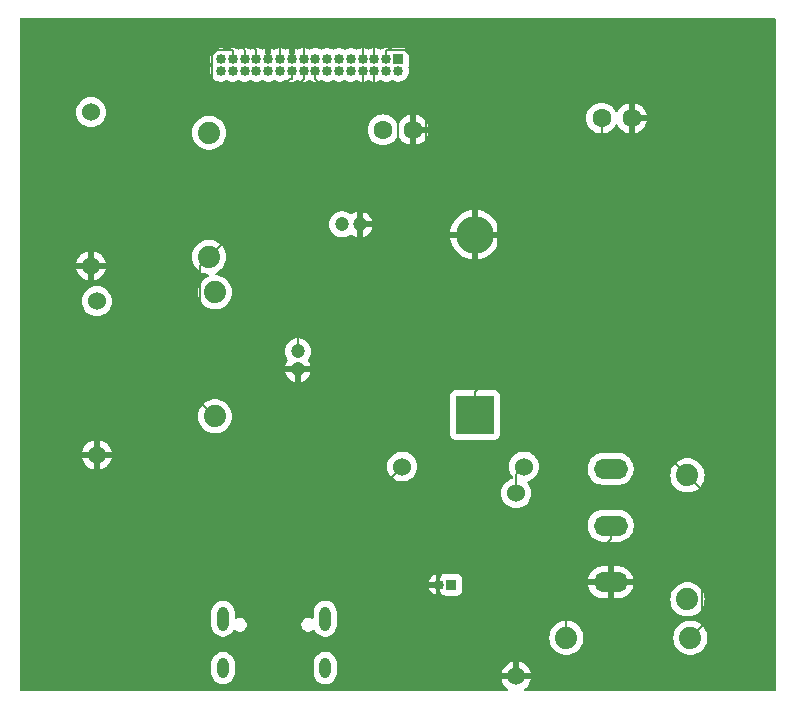
<source format=gbr>
%TF.GenerationSoftware,KiCad,Pcbnew,8.0.8*%
%TF.CreationDate,2025-03-28T13:39:47+02:00*%
%TF.ProjectId,Main PCB,4d61696e-2050-4434-922e-6b696361645f,v1*%
%TF.SameCoordinates,Original*%
%TF.FileFunction,Copper,L2,Bot*%
%TF.FilePolarity,Positive*%
%FSLAX46Y46*%
G04 Gerber Fmt 4.6, Leading zero omitted, Abs format (unit mm)*
G04 Created by KiCad (PCBNEW 8.0.8) date 2025-03-28 13:39:47*
%MOMM*%
%LPD*%
G01*
G04 APERTURE LIST*
%TA.AperFunction,ComponentPad*%
%ADD10O,2.900000X1.700000*%
%TD*%
%TA.AperFunction,ComponentPad*%
%ADD11R,0.850000X0.850000*%
%TD*%
%TA.AperFunction,ComponentPad*%
%ADD12O,0.850000X0.850000*%
%TD*%
%TA.AperFunction,ComponentPad*%
%ADD13C,1.600000*%
%TD*%
%TA.AperFunction,ComponentPad*%
%ADD14C,1.200000*%
%TD*%
%TA.AperFunction,ComponentPad*%
%ADD15O,0.950000X2.050000*%
%TD*%
%TA.AperFunction,ComponentPad*%
%ADD16O,0.950000X1.750000*%
%TD*%
%TA.AperFunction,ComponentPad*%
%ADD17C,1.524000*%
%TD*%
%TA.AperFunction,ComponentPad*%
%ADD18C,1.879500*%
%TD*%
%TA.AperFunction,ComponentPad*%
%ADD19R,3.200000X3.200000*%
%TD*%
%TA.AperFunction,ComponentPad*%
%ADD20O,3.200000X3.200000*%
%TD*%
%TA.AperFunction,ViaPad*%
%ADD21C,0.600000*%
%TD*%
%TA.AperFunction,Conductor*%
%ADD22C,0.200000*%
%TD*%
G04 APERTURE END LIST*
D10*
%TO.P,SW1,1,C*%
%TO.N,GND*%
X170500000Y-98300000D03*
%TO.P,SW1,2,B*%
%TO.N,Net-(Q2-G)*%
X170500000Y-93500000D03*
%TO.P,SW1,3,A*%
%TO.N,unconnected-(SW1-A-Pad3)*%
X170500000Y-88700000D03*
%TD*%
D11*
%TO.P,J3,1,Pin_1*%
%TO.N,/BAT*%
X157000000Y-98500000D03*
D12*
%TO.P,J3,2,Pin_2*%
%TO.N,GND*%
X156000000Y-98500000D03*
%TD*%
D13*
%TO.P,C10,1*%
%TO.N,/BAT*%
X169730000Y-59000000D03*
%TO.P,C10,2*%
%TO.N,GND*%
X172270000Y-59000000D03*
%TD*%
D14*
%TO.P,C13,1*%
%TO.N,/3v3*%
X144000000Y-78750000D03*
%TO.P,C13,2*%
%TO.N,GND*%
X144000000Y-80250000D03*
%TD*%
D15*
%TO.P,J1,SH1*%
%TO.N,N/C*%
X137675000Y-101375000D03*
%TO.P,J1,SH2*%
X146325000Y-101375000D03*
D16*
%TO.P,J1,SH3*%
X137675000Y-105575000D03*
%TO.P,J1,SH4*%
X146325000Y-105575000D03*
%TD*%
D17*
%TO.P,R11,1*%
%TO.N,Net-(U4-FB)*%
X162500000Y-90750000D03*
%TO.P,R11,2*%
%TO.N,GND*%
X162500000Y-106250000D03*
%TD*%
D11*
%TO.P,J2,1,Pin_1*%
%TO.N,/Pin 1*%
X152500000Y-54000000D03*
D12*
%TO.P,J2,2,Pin_2*%
%TO.N,/Pin 2*%
X152500000Y-55000000D03*
%TO.P,J2,3,Pin_3*%
%TO.N,/Pin 3*%
X151500000Y-54000000D03*
%TO.P,J2,4,Pin_4*%
%TO.N,/Pin 4*%
X151500000Y-55000000D03*
%TO.P,J2,5,Pin_5*%
%TO.N,/Pin 5*%
X150500000Y-54000000D03*
%TO.P,J2,6,Pin_6*%
%TO.N,/Pin 6*%
X150500000Y-55000000D03*
%TO.P,J2,7,Pin_7*%
%TO.N,/Pin 7*%
X149500000Y-54000000D03*
%TO.P,J2,8,Pin_8*%
%TO.N,/Pin 8*%
X149500000Y-55000000D03*
%TO.P,J2,9,Pin_9*%
%TO.N,unconnected-(J2-Pin_9-Pad9)*%
X148500000Y-54000000D03*
%TO.P,J2,10,Pin_10*%
%TO.N,/Pin 10*%
X148500000Y-55000000D03*
%TO.P,J2,11,Pin_11*%
%TO.N,/5V*%
X147500000Y-54000000D03*
%TO.P,J2,12,Pin_12*%
%TO.N,unconnected-(J2-Pin_12-Pad12)*%
X147500000Y-55000000D03*
%TO.P,J2,13,Pin_13*%
%TO.N,unconnected-(J2-Pin_13-Pad13)*%
X146500000Y-54000000D03*
%TO.P,J2,14,Pin_14*%
%TO.N,/BAT*%
X146500000Y-55000000D03*
%TO.P,J2,15,Pin_15*%
%TO.N,unconnected-(J2-Pin_15-Pad15)*%
X145500000Y-54000000D03*
%TO.P,J2,16,Pin_16*%
%TO.N,/Pin 16*%
X145500000Y-55000000D03*
%TO.P,J2,17,Pin_17*%
%TO.N,/Pin 17*%
X144500000Y-54000000D03*
%TO.P,J2,18,Pin_18*%
%TO.N,/3v3*%
X144500000Y-55000000D03*
%TO.P,J2,19,Pin_19*%
%TO.N,GND*%
X143500000Y-54000000D03*
%TO.P,J2,20,Pin_20*%
%TO.N,/5V*%
X143500000Y-55000000D03*
%TO.P,J2,21,Pin_21*%
X142500000Y-54000000D03*
%TO.P,J2,22,Pin_22*%
%TO.N,unconnected-(J2-Pin_22-Pad22)*%
X142500000Y-55000000D03*
%TO.P,J2,23,Pin_23*%
%TO.N,GND*%
X141500000Y-54000000D03*
%TO.P,J2,24,Pin_24*%
%TO.N,/Pin 24*%
X141500000Y-55000000D03*
%TO.P,J2,25,Pin_25*%
%TO.N,/Pin 25*%
X140500000Y-54000000D03*
%TO.P,J2,26,Pin_26*%
%TO.N,/Pin 26*%
X140500000Y-55000000D03*
%TO.P,J2,27,Pin_27*%
%TO.N,/Pin 27*%
X139500000Y-54000000D03*
%TO.P,J2,28,Pin_28*%
%TO.N,unconnected-(J2-Pin_28-Pad28)*%
X139500000Y-55000000D03*
%TO.P,J2,29,Pin_29*%
%TO.N,/Pin 29*%
X138500000Y-54000000D03*
%TO.P,J2,30,Pin_30*%
%TO.N,/Pin 30*%
X138500000Y-55000000D03*
%TO.P,J2,31,Pin_31*%
%TO.N,/Pin 31*%
X137500000Y-54000000D03*
%TO.P,J2,32,Pin_32*%
%TO.N,/Pin 32*%
X137500000Y-55000000D03*
%TD*%
D18*
%TO.P,R17,1*%
%TO.N,Net-(Q2-G)*%
X177000000Y-99750000D03*
%TO.P,R17,2*%
%TO.N,/BAT*%
X177000000Y-89250000D03*
%TD*%
D14*
%TO.P,C11,1*%
%TO.N,/5V*%
X147750000Y-68000000D03*
%TO.P,C11,2*%
%TO.N,GND*%
X149250000Y-68000000D03*
%TD*%
D17*
%TO.P,R14,1*%
%TO.N,Net-(Q4-S)*%
X127000000Y-74500000D03*
%TO.P,R14,2*%
%TO.N,GND*%
X127000000Y-87500000D03*
%TD*%
D18*
%TO.P,R12,1*%
%TO.N,Net-(Q2-G)*%
X166750000Y-103000000D03*
%TO.P,R12,2*%
%TO.N,/BAT*%
X177250000Y-103000000D03*
%TD*%
D17*
%TO.P,R16,1*%
%TO.N,Net-(Q6-S)*%
X126500000Y-58500000D03*
%TO.P,R16,2*%
%TO.N,GND*%
X126500000Y-71500000D03*
%TD*%
D13*
%TO.P,C8,1*%
%TO.N,/BAT*%
X151230000Y-60000000D03*
%TO.P,C8,2*%
%TO.N,GND*%
X153770000Y-60000000D03*
%TD*%
D17*
%TO.P,R10,1*%
%TO.N,/5V*%
X152850000Y-88500000D03*
%TO.P,R10,2*%
%TO.N,Net-(U4-FB)*%
X163150000Y-88500000D03*
%TD*%
D18*
%TO.P,R15,1*%
%TO.N,/5V*%
X136500000Y-70750000D03*
%TO.P,R15,2*%
%TO.N,Net-(Q5-D)*%
X136500000Y-60250000D03*
%TD*%
%TO.P,R13,1*%
%TO.N,/5V*%
X137000000Y-84250000D03*
%TO.P,R13,2*%
%TO.N,Net-(Q3-D)*%
X137000000Y-73750000D03*
%TD*%
D19*
%TO.P,D1,1,K*%
%TO.N,/3v3*%
X159000000Y-84120000D03*
D20*
%TO.P,D1,2,A*%
%TO.N,GND*%
X159000000Y-68880000D03*
%TD*%
D21*
%TO.N,/SWITCH_OUT*%
X154538200Y-89185000D03*
X156467000Y-83365000D03*
%TO.N,/Pin 29*%
X139164100Y-60085000D03*
%TO.N,/Pin 27*%
X136543000Y-57690400D03*
%TO.N,/Pin 3*%
X154828000Y-67726500D03*
%TO.N,/Pin 6*%
X153982600Y-62731600D03*
%TO.N,/Pin 7*%
X148077000Y-50747400D03*
X133236700Y-54265000D03*
X132262400Y-68055000D03*
%TO.N,/Pin 5*%
X150439600Y-51317900D03*
%TO.N,/Pin 25*%
X133440400Y-82931100D03*
%TO.N,/Pin 8*%
X148818700Y-63835900D03*
%TO.N,/3v3*%
X159597300Y-58003900D03*
X141564700Y-58443600D03*
X160943700Y-73498400D03*
%TO.N,/Pin 17*%
X139093200Y-95401600D03*
%TO.N,/Pin 16*%
X149702100Y-95727700D03*
%TO.N,Net-(U3-A1)*%
X148127100Y-93274000D03*
X150303900Y-96642400D03*
%TO.N,/CC1*%
X142127800Y-101908300D03*
X140084400Y-96930000D03*
%TO.N,/5V*%
X150630300Y-90745000D03*
X151252200Y-95786300D03*
X142127800Y-51406800D03*
X140552300Y-56579200D03*
%TO.N,/VBUS*%
X140177800Y-95415600D03*
X139474200Y-91072400D03*
%TO.N,GND*%
X139038000Y-94100000D03*
X150500000Y-71725000D03*
X166709800Y-60882700D03*
X160883600Y-62103200D03*
X160883600Y-60149600D03*
X145090300Y-60758700D03*
X142992500Y-62234700D03*
X142989700Y-60617000D03*
X136520200Y-98472900D03*
X126503400Y-97146700D03*
X154720200Y-98272900D03*
X139036800Y-92434100D03*
X144191800Y-93035600D03*
X156432200Y-85270000D03*
X150500000Y-94240200D03*
X136827900Y-97317600D03*
X136541600Y-89185000D03*
X128133500Y-95005000D03*
X130273000Y-86515000D03*
X130245600Y-68530000D03*
X148081900Y-88611200D03*
X142000000Y-86275000D03*
X144993100Y-86275000D03*
X154707500Y-74635000D03*
X150768200Y-74635000D03*
X150768200Y-76880000D03*
X154709100Y-78435000D03*
X171764800Y-66267500D03*
X153982600Y-66517500D03*
X156946300Y-87236200D03*
X141407500Y-99104000D03*
%TD*%
D22*
%TO.N,/BAT*%
X178255700Y-90505700D02*
X177000000Y-89250000D01*
X178255700Y-101994300D02*
X178255700Y-90505700D01*
X177250000Y-103000000D02*
X178255700Y-101994300D01*
X169730000Y-81980000D02*
X177000000Y-89250000D01*
X169730000Y-59000000D02*
X169730000Y-81980000D01*
%TO.N,Net-(U4-FB)*%
X162500000Y-89150000D02*
X162500000Y-90750000D01*
X163150000Y-88500000D02*
X162500000Y-89150000D01*
%TO.N,/SWITCH_OUT*%
X154538200Y-85293800D02*
X156467000Y-83365000D01*
X154538200Y-89185000D02*
X154538200Y-85293800D01*
%TO.N,Net-(Q2-G)*%
X166750000Y-98401700D02*
X170500000Y-94651700D01*
X166750000Y-103000000D02*
X166750000Y-98401700D01*
X170500000Y-93500000D02*
X170500000Y-94651700D01*
%TO.N,/Pin 29*%
X138500000Y-54000000D02*
X138500000Y-53273300D01*
X137187800Y-53273300D02*
X138500000Y-53273300D01*
X136769600Y-53691500D02*
X137187800Y-53273300D01*
X136769600Y-57066100D02*
X136769600Y-53691500D01*
X139164100Y-59460600D02*
X136769600Y-57066100D01*
X139164100Y-60085000D02*
X139164100Y-59460600D01*
%TO.N,/Pin 27*%
X139500000Y-54000000D02*
X139500000Y-53273300D01*
X139098300Y-52871600D02*
X139500000Y-53273300D01*
X136983800Y-52871600D02*
X139098300Y-52871600D01*
X136316500Y-53538900D02*
X136983800Y-52871600D01*
X136316500Y-57463900D02*
X136316500Y-53538900D01*
X136543000Y-57690400D02*
X136316500Y-57463900D01*
%TO.N,/Pin 3*%
X151500000Y-54000000D02*
X151500000Y-53273300D01*
X154891000Y-67663500D02*
X154828000Y-67726500D01*
X154891000Y-56694000D02*
X154891000Y-67663500D01*
X154590500Y-56393500D02*
X154891000Y-56694000D01*
X154590500Y-54812700D02*
X154590500Y-56393500D01*
X153051100Y-53273300D02*
X154590500Y-54812700D01*
X151500000Y-53273300D02*
X153051100Y-53273300D01*
%TO.N,/Pin 6*%
X150500000Y-56883900D02*
X150500000Y-55000000D01*
X152500000Y-58883900D02*
X150500000Y-56883900D01*
X152500000Y-61249000D02*
X152500000Y-58883900D01*
X153982600Y-62731600D02*
X152500000Y-61249000D01*
%TO.N,/Pin 7*%
X149500000Y-52170400D02*
X148077000Y-50747400D01*
X149500000Y-54000000D02*
X149500000Y-52170400D01*
X132262400Y-55239300D02*
X132262400Y-68055000D01*
X133236700Y-54265000D02*
X132262400Y-55239300D01*
%TO.N,/Pin 5*%
X150500000Y-51378300D02*
X150439600Y-51317900D01*
X150500000Y-54000000D02*
X150500000Y-51378300D01*
%TO.N,/Pin 25*%
X140500000Y-54000000D02*
X140500000Y-53273300D01*
X139677100Y-52450400D02*
X140500000Y-53273300D01*
X136828000Y-52450400D02*
X139677100Y-52450400D01*
X133440400Y-55838000D02*
X136828000Y-52450400D01*
X133440400Y-82931100D02*
X133440400Y-55838000D01*
%TO.N,/Pin 8*%
X149500000Y-63154600D02*
X148818700Y-63835900D01*
X149500000Y-55000000D02*
X149500000Y-63154600D01*
%TO.N,/3v3*%
X144500000Y-55000000D02*
X144500000Y-55726700D01*
X159000000Y-84120000D02*
X159000000Y-82218300D01*
X144000000Y-78750000D02*
X144000000Y-58443600D01*
X144000000Y-56226700D02*
X144000000Y-58443600D01*
X144500000Y-55726700D02*
X144000000Y-56226700D01*
X144000000Y-58443600D02*
X141564700Y-58443600D01*
X160943700Y-80274600D02*
X160943700Y-73498400D01*
X159000000Y-82218300D02*
X160943700Y-80274600D01*
X159597300Y-66293700D02*
X159597300Y-58003900D01*
X160943700Y-67640100D02*
X159597300Y-66293700D01*
X160943700Y-73498400D02*
X160943700Y-67640100D01*
%TO.N,/Pin 17*%
X144500000Y-52888200D02*
X144500000Y-54000000D01*
X142360200Y-50748400D02*
X144500000Y-52888200D01*
X137910600Y-50748400D02*
X142360200Y-50748400D01*
X132879600Y-55779400D02*
X137910600Y-50748400D01*
X132879600Y-82639200D02*
X132879600Y-55779400D01*
X132809400Y-82709400D02*
X132879600Y-82639200D01*
X132809400Y-89117800D02*
X132809400Y-82709400D01*
X139093200Y-95401600D02*
X132809400Y-89117800D01*
%TO.N,/Pin 16*%
X145500000Y-55000000D02*
X145500000Y-55726700D01*
X145722200Y-91747800D02*
X149702100Y-95727700D01*
X145722200Y-55948900D02*
X145722200Y-91747800D01*
X145500000Y-55726700D02*
X145722200Y-55948900D01*
%TO.N,Net-(U3-A1)*%
X150303900Y-95450800D02*
X150303900Y-96642400D01*
X148127100Y-93274000D02*
X150303900Y-95450800D01*
%TO.N,/CC1*%
X142127800Y-98973400D02*
X140084400Y-96930000D01*
X142127800Y-101908300D02*
X142127800Y-98973400D01*
%TO.N,/5V*%
X151252200Y-91366900D02*
X150630300Y-90745000D01*
X151252200Y-95786300D02*
X151252200Y-91366900D01*
X150630300Y-90719700D02*
X150630300Y-90745000D01*
X152850000Y-88500000D02*
X150630300Y-90719700D01*
X135745300Y-71504700D02*
X136500000Y-70750000D01*
X135745300Y-82995300D02*
X135745300Y-71504700D01*
X137000000Y-84250000D02*
X135745300Y-82995300D01*
X143500000Y-55000000D02*
X143500000Y-55726700D01*
X140552300Y-56579200D02*
X141533200Y-57560100D01*
X140885300Y-58208000D02*
X141533200Y-57560100D01*
X140885300Y-66364700D02*
X140885300Y-58208000D01*
X136500000Y-70750000D02*
X140885300Y-66364700D01*
X143366600Y-55726700D02*
X143500000Y-55726700D01*
X141533200Y-57560100D02*
X143366600Y-55726700D01*
X142500000Y-51779000D02*
X142127800Y-51406800D01*
X142500000Y-54000000D02*
X142500000Y-51779000D01*
%TO.N,/VBUS*%
X140177800Y-91776000D02*
X139474200Y-91072400D01*
X140177800Y-95415600D02*
X140177800Y-91776000D01*
%TD*%
%TA.AperFunction,Conductor*%
%TO.N,GND*%
G36*
X184442539Y-50520185D02*
G01*
X184488294Y-50572989D01*
X184499500Y-50624500D01*
X184499500Y-107375500D01*
X184479815Y-107442539D01*
X184427011Y-107488294D01*
X184375500Y-107499500D01*
X163309037Y-107499500D01*
X163241998Y-107479815D01*
X163196243Y-107427011D01*
X163186299Y-107357853D01*
X163215324Y-107294297D01*
X163237913Y-107273926D01*
X163314297Y-107220440D01*
X163470436Y-107064301D01*
X163597099Y-106883409D01*
X163597100Y-106883407D01*
X163690419Y-106683284D01*
X163690424Y-106683270D01*
X163739531Y-106500000D01*
X162933012Y-106500000D01*
X162965925Y-106442993D01*
X163000000Y-106315826D01*
X163000000Y-106184174D01*
X162965925Y-106057007D01*
X162933012Y-106000000D01*
X163739531Y-106000000D01*
X163739531Y-105999999D01*
X163690424Y-105816729D01*
X163690420Y-105816720D01*
X163597099Y-105616591D01*
X163597098Y-105616589D01*
X163470442Y-105435704D01*
X163314297Y-105279560D01*
X163133409Y-105152900D01*
X163133407Y-105152899D01*
X162933283Y-105059580D01*
X162750000Y-105010468D01*
X162750000Y-105816988D01*
X162692993Y-105784075D01*
X162565826Y-105750000D01*
X162434174Y-105750000D01*
X162307007Y-105784075D01*
X162250000Y-105816988D01*
X162250000Y-105010468D01*
X162066718Y-105059579D01*
X161866591Y-105152900D01*
X161866589Y-105152901D01*
X161685700Y-105279560D01*
X161529560Y-105435700D01*
X161402901Y-105616589D01*
X161402900Y-105616591D01*
X161309579Y-105816720D01*
X161309575Y-105816729D01*
X161260468Y-105999999D01*
X161260469Y-106000000D01*
X162066988Y-106000000D01*
X162034075Y-106057007D01*
X162000000Y-106184174D01*
X162000000Y-106315826D01*
X162034075Y-106442993D01*
X162066988Y-106500000D01*
X161260469Y-106500000D01*
X161309575Y-106683270D01*
X161309580Y-106683284D01*
X161402899Y-106883407D01*
X161402900Y-106883409D01*
X161529563Y-107064301D01*
X161685702Y-107220440D01*
X161762087Y-107273926D01*
X161805712Y-107328503D01*
X161812904Y-107398001D01*
X161781382Y-107460356D01*
X161721152Y-107495769D01*
X161690963Y-107499500D01*
X120624500Y-107499500D01*
X120557461Y-107479815D01*
X120511706Y-107427011D01*
X120500500Y-107375500D01*
X120500500Y-105078917D01*
X136699500Y-105078917D01*
X136699500Y-106071082D01*
X136736986Y-106259535D01*
X136736989Y-106259547D01*
X136810520Y-106437068D01*
X136810521Y-106437070D01*
X136917279Y-106596844D01*
X136917282Y-106596848D01*
X137053151Y-106732717D01*
X137053155Y-106732720D01*
X137212927Y-106839477D01*
X137212928Y-106839477D01*
X137212929Y-106839478D01*
X137212931Y-106839479D01*
X137390452Y-106913010D01*
X137390457Y-106913012D01*
X137578917Y-106950499D01*
X137578920Y-106950500D01*
X137578922Y-106950500D01*
X137771080Y-106950500D01*
X137771081Y-106950499D01*
X137959543Y-106913012D01*
X138137073Y-106839477D01*
X138296845Y-106732720D01*
X138432720Y-106596845D01*
X138539477Y-106437073D01*
X138613012Y-106259543D01*
X138650500Y-106071078D01*
X138650500Y-105078922D01*
X138650500Y-105078919D01*
X138650499Y-105078917D01*
X145349500Y-105078917D01*
X145349500Y-106071082D01*
X145386986Y-106259535D01*
X145386989Y-106259547D01*
X145460520Y-106437068D01*
X145460521Y-106437070D01*
X145567279Y-106596844D01*
X145567282Y-106596848D01*
X145703151Y-106732717D01*
X145703155Y-106732720D01*
X145862927Y-106839477D01*
X145862928Y-106839477D01*
X145862929Y-106839478D01*
X145862931Y-106839479D01*
X146040452Y-106913010D01*
X146040457Y-106913012D01*
X146228917Y-106950499D01*
X146228920Y-106950500D01*
X146228922Y-106950500D01*
X146421080Y-106950500D01*
X146421081Y-106950499D01*
X146609543Y-106913012D01*
X146787073Y-106839477D01*
X146946845Y-106732720D01*
X147082720Y-106596845D01*
X147189477Y-106437073D01*
X147263012Y-106259543D01*
X147300500Y-106071078D01*
X147300500Y-105078922D01*
X147300500Y-105078919D01*
X147300499Y-105078917D01*
X147263013Y-104890464D01*
X147263012Y-104890457D01*
X147189477Y-104712927D01*
X147082720Y-104553155D01*
X147082717Y-104553151D01*
X146946848Y-104417282D01*
X146946844Y-104417279D01*
X146787070Y-104310521D01*
X146787068Y-104310520D01*
X146609547Y-104236989D01*
X146609535Y-104236986D01*
X146421081Y-104199500D01*
X146421078Y-104199500D01*
X146228922Y-104199500D01*
X146228919Y-104199500D01*
X146040464Y-104236986D01*
X146040452Y-104236989D01*
X145862931Y-104310520D01*
X145862929Y-104310521D01*
X145703155Y-104417279D01*
X145703151Y-104417282D01*
X145567282Y-104553151D01*
X145567279Y-104553155D01*
X145460521Y-104712929D01*
X145460520Y-104712931D01*
X145386989Y-104890452D01*
X145386986Y-104890464D01*
X145349500Y-105078917D01*
X138650499Y-105078917D01*
X138613013Y-104890464D01*
X138613012Y-104890457D01*
X138539477Y-104712927D01*
X138432720Y-104553155D01*
X138432717Y-104553151D01*
X138296848Y-104417282D01*
X138296844Y-104417279D01*
X138137070Y-104310521D01*
X138137068Y-104310520D01*
X137959547Y-104236989D01*
X137959535Y-104236986D01*
X137771081Y-104199500D01*
X137771078Y-104199500D01*
X137578922Y-104199500D01*
X137578919Y-104199500D01*
X137390464Y-104236986D01*
X137390452Y-104236989D01*
X137212931Y-104310520D01*
X137212929Y-104310521D01*
X137053155Y-104417279D01*
X137053151Y-104417282D01*
X136917282Y-104553151D01*
X136917279Y-104553155D01*
X136810521Y-104712929D01*
X136810520Y-104712931D01*
X136736989Y-104890452D01*
X136736986Y-104890464D01*
X136699500Y-105078917D01*
X120500500Y-105078917D01*
X120500500Y-102999993D01*
X165304814Y-102999993D01*
X165304814Y-103000006D01*
X165324522Y-103237862D01*
X165324524Y-103237873D01*
X165383117Y-103469251D01*
X165478996Y-103687832D01*
X165609542Y-103887649D01*
X165771204Y-104063260D01*
X165771208Y-104063263D01*
X165959549Y-104209855D01*
X165959555Y-104209859D01*
X165959558Y-104209861D01*
X166169475Y-104323463D01*
X166286700Y-104363706D01*
X166395224Y-104400963D01*
X166395226Y-104400963D01*
X166395228Y-104400964D01*
X166630657Y-104440250D01*
X166630658Y-104440250D01*
X166869342Y-104440250D01*
X166869343Y-104440250D01*
X167104772Y-104400964D01*
X167330525Y-104323463D01*
X167540442Y-104209861D01*
X167728798Y-104063258D01*
X167890455Y-103887652D01*
X168021003Y-103687833D01*
X168116882Y-103469251D01*
X168175476Y-103237870D01*
X168195186Y-103000000D01*
X168195186Y-102999993D01*
X175804814Y-102999993D01*
X175804814Y-103000006D01*
X175824522Y-103237862D01*
X175824524Y-103237873D01*
X175883117Y-103469251D01*
X175978996Y-103687832D01*
X176109542Y-103887649D01*
X176271204Y-104063260D01*
X176271208Y-104063263D01*
X176459549Y-104209855D01*
X176459555Y-104209859D01*
X176459558Y-104209861D01*
X176669475Y-104323463D01*
X176786700Y-104363706D01*
X176895224Y-104400963D01*
X176895226Y-104400963D01*
X176895228Y-104400964D01*
X177130657Y-104440250D01*
X177130658Y-104440250D01*
X177369342Y-104440250D01*
X177369343Y-104440250D01*
X177604772Y-104400964D01*
X177830525Y-104323463D01*
X178040442Y-104209861D01*
X178228798Y-104063258D01*
X178390455Y-103887652D01*
X178521003Y-103687833D01*
X178616882Y-103469251D01*
X178675476Y-103237870D01*
X178695186Y-103000000D01*
X178695186Y-102999993D01*
X178675477Y-102762137D01*
X178675475Y-102762126D01*
X178616882Y-102530748D01*
X178521003Y-102312167D01*
X178390457Y-102112350D01*
X178260118Y-101970765D01*
X178228798Y-101936742D01*
X178228797Y-101936741D01*
X178228795Y-101936739D01*
X178228791Y-101936736D01*
X178040450Y-101790144D01*
X178040444Y-101790140D01*
X177830525Y-101676537D01*
X177830517Y-101676534D01*
X177604775Y-101599036D01*
X177428200Y-101569571D01*
X177369343Y-101559750D01*
X177130657Y-101559750D01*
X177083571Y-101567607D01*
X176895224Y-101599036D01*
X176669482Y-101676534D01*
X176669474Y-101676537D01*
X176459555Y-101790140D01*
X176459549Y-101790144D01*
X176271208Y-101936736D01*
X176271204Y-101936739D01*
X176109542Y-102112350D01*
X175978996Y-102312167D01*
X175883117Y-102530748D01*
X175824524Y-102762126D01*
X175824522Y-102762137D01*
X175804814Y-102999993D01*
X168195186Y-102999993D01*
X168175477Y-102762137D01*
X168175475Y-102762126D01*
X168116882Y-102530748D01*
X168021003Y-102312167D01*
X167890457Y-102112350D01*
X167760118Y-101970765D01*
X167728798Y-101936742D01*
X167728797Y-101936741D01*
X167728795Y-101936739D01*
X167728791Y-101936736D01*
X167540450Y-101790144D01*
X167540444Y-101790140D01*
X167330525Y-101676537D01*
X167330517Y-101676534D01*
X167104775Y-101599036D01*
X166928200Y-101569571D01*
X166869343Y-101559750D01*
X166630657Y-101559750D01*
X166583571Y-101567607D01*
X166395224Y-101599036D01*
X166169482Y-101676534D01*
X166169474Y-101676537D01*
X165959555Y-101790140D01*
X165959549Y-101790144D01*
X165771208Y-101936736D01*
X165771204Y-101936739D01*
X165609542Y-102112350D01*
X165478996Y-102312167D01*
X165383117Y-102530748D01*
X165324524Y-102762126D01*
X165324522Y-102762137D01*
X165304814Y-102999993D01*
X120500500Y-102999993D01*
X120500500Y-100728917D01*
X136699500Y-100728917D01*
X136699500Y-102021082D01*
X136736986Y-102209535D01*
X136736989Y-102209547D01*
X136810520Y-102387068D01*
X136810521Y-102387070D01*
X136917279Y-102546844D01*
X136917282Y-102546848D01*
X137053151Y-102682717D01*
X137053155Y-102682720D01*
X137212927Y-102789477D01*
X137212928Y-102789477D01*
X137212929Y-102789478D01*
X137212931Y-102789479D01*
X137390452Y-102863010D01*
X137390457Y-102863012D01*
X137578917Y-102900499D01*
X137578920Y-102900500D01*
X137578922Y-102900500D01*
X137771080Y-102900500D01*
X137771081Y-102900499D01*
X137959543Y-102863012D01*
X138137073Y-102789477D01*
X138296845Y-102682720D01*
X138432720Y-102546845D01*
X138539477Y-102387073D01*
X138541303Y-102382663D01*
X138585140Y-102328257D01*
X138651433Y-102306188D01*
X138719133Y-102323463D01*
X138743548Y-102342428D01*
X138756635Y-102355515D01*
X138887865Y-102431281D01*
X139034234Y-102470500D01*
X139034236Y-102470500D01*
X139185764Y-102470500D01*
X139185766Y-102470500D01*
X139332135Y-102431281D01*
X139463365Y-102355515D01*
X139570515Y-102248365D01*
X139646281Y-102117135D01*
X139685500Y-101970766D01*
X139685500Y-101819234D01*
X144314500Y-101819234D01*
X144314500Y-101970766D01*
X144327982Y-102021082D01*
X144353719Y-102117136D01*
X144391602Y-102182750D01*
X144429485Y-102248365D01*
X144536635Y-102355515D01*
X144667865Y-102431281D01*
X144814234Y-102470500D01*
X144814236Y-102470500D01*
X144965764Y-102470500D01*
X144965766Y-102470500D01*
X145112135Y-102431281D01*
X145243365Y-102355515D01*
X145256452Y-102342427D01*
X145317771Y-102308943D01*
X145387462Y-102313926D01*
X145443397Y-102355796D01*
X145458692Y-102382654D01*
X145460521Y-102387069D01*
X145460521Y-102387070D01*
X145567279Y-102546844D01*
X145567282Y-102546848D01*
X145703151Y-102682717D01*
X145703155Y-102682720D01*
X145862927Y-102789477D01*
X145862928Y-102789477D01*
X145862929Y-102789478D01*
X145862931Y-102789479D01*
X146040452Y-102863010D01*
X146040457Y-102863012D01*
X146228917Y-102900499D01*
X146228920Y-102900500D01*
X146228922Y-102900500D01*
X146421080Y-102900500D01*
X146421081Y-102900499D01*
X146609543Y-102863012D01*
X146787073Y-102789477D01*
X146946845Y-102682720D01*
X147082720Y-102546845D01*
X147189477Y-102387073D01*
X147263012Y-102209543D01*
X147300500Y-102021078D01*
X147300500Y-100728922D01*
X147300500Y-100728919D01*
X147300499Y-100728917D01*
X147282345Y-100637652D01*
X147263012Y-100540457D01*
X147189477Y-100362927D01*
X147082720Y-100203155D01*
X147082717Y-100203151D01*
X146946848Y-100067282D01*
X146946844Y-100067279D01*
X146787070Y-99960521D01*
X146787068Y-99960520D01*
X146609547Y-99886989D01*
X146609535Y-99886986D01*
X146421081Y-99849500D01*
X146421078Y-99849500D01*
X146228922Y-99849500D01*
X146228919Y-99849500D01*
X146040464Y-99886986D01*
X146040452Y-99886989D01*
X145862931Y-99960520D01*
X145862929Y-99960521D01*
X145703155Y-100067279D01*
X145703151Y-100067282D01*
X145567282Y-100203151D01*
X145567279Y-100203155D01*
X145460521Y-100362929D01*
X145460520Y-100362931D01*
X145386989Y-100540452D01*
X145386986Y-100540464D01*
X145349500Y-100728917D01*
X145349500Y-101280987D01*
X145329815Y-101348026D01*
X145277011Y-101393781D01*
X145207853Y-101403725D01*
X145163500Y-101388374D01*
X145112138Y-101358720D01*
X145112135Y-101358719D01*
X144965766Y-101319500D01*
X144814234Y-101319500D01*
X144667863Y-101358719D01*
X144536635Y-101434485D01*
X144536632Y-101434487D01*
X144429487Y-101541632D01*
X144429485Y-101541635D01*
X144353719Y-101672863D01*
X144314500Y-101819234D01*
X139685500Y-101819234D01*
X139646281Y-101672865D01*
X139570515Y-101541635D01*
X139463365Y-101434485D01*
X139383499Y-101388374D01*
X139332136Y-101358719D01*
X139214029Y-101327073D01*
X139185766Y-101319500D01*
X139034234Y-101319500D01*
X138887865Y-101358719D01*
X138887864Y-101358719D01*
X138887862Y-101358720D01*
X138887861Y-101358720D01*
X138836500Y-101388374D01*
X138768600Y-101404847D01*
X138702573Y-101381994D01*
X138659382Y-101327073D01*
X138650500Y-101280987D01*
X138650500Y-100728919D01*
X138650499Y-100728917D01*
X138632345Y-100637652D01*
X138613012Y-100540457D01*
X138539477Y-100362927D01*
X138432720Y-100203155D01*
X138432717Y-100203151D01*
X138296848Y-100067282D01*
X138296844Y-100067279D01*
X138137070Y-99960521D01*
X138137068Y-99960520D01*
X137959547Y-99886989D01*
X137959535Y-99886986D01*
X137771081Y-99849500D01*
X137771078Y-99849500D01*
X137578922Y-99849500D01*
X137578919Y-99849500D01*
X137390464Y-99886986D01*
X137390452Y-99886989D01*
X137212931Y-99960520D01*
X137212929Y-99960521D01*
X137053155Y-100067279D01*
X137053151Y-100067282D01*
X136917282Y-100203151D01*
X136917279Y-100203155D01*
X136810521Y-100362929D01*
X136810520Y-100362931D01*
X136736989Y-100540452D01*
X136736986Y-100540464D01*
X136699500Y-100728917D01*
X120500500Y-100728917D01*
X120500500Y-99749993D01*
X175554814Y-99749993D01*
X175554814Y-99750006D01*
X175574522Y-99987862D01*
X175574524Y-99987873D01*
X175633117Y-100219251D01*
X175728996Y-100437832D01*
X175859542Y-100637649D01*
X176021204Y-100813260D01*
X176021208Y-100813263D01*
X176209549Y-100959855D01*
X176209555Y-100959859D01*
X176209558Y-100959861D01*
X176419475Y-101073463D01*
X176536700Y-101113706D01*
X176645224Y-101150963D01*
X176645226Y-101150963D01*
X176645228Y-101150964D01*
X176880657Y-101190250D01*
X176880658Y-101190250D01*
X177119342Y-101190250D01*
X177119343Y-101190250D01*
X177354772Y-101150964D01*
X177580525Y-101073463D01*
X177790442Y-100959861D01*
X177978798Y-100813258D01*
X178140455Y-100637652D01*
X178271003Y-100437833D01*
X178366882Y-100219251D01*
X178425476Y-99987870D01*
X178427742Y-99960523D01*
X178445186Y-99750006D01*
X178445186Y-99749993D01*
X178425477Y-99512137D01*
X178425475Y-99512126D01*
X178366882Y-99280748D01*
X178271003Y-99062167D01*
X178140457Y-98862350D01*
X177978795Y-98686739D01*
X177978791Y-98686736D01*
X177790450Y-98540144D01*
X177790444Y-98540140D01*
X177580525Y-98426537D01*
X177580517Y-98426534D01*
X177354775Y-98349036D01*
X177178200Y-98319571D01*
X177119343Y-98309750D01*
X176880657Y-98309750D01*
X176833571Y-98317607D01*
X176645224Y-98349036D01*
X176419482Y-98426534D01*
X176419474Y-98426537D01*
X176209555Y-98540140D01*
X176209549Y-98540144D01*
X176021208Y-98686736D01*
X176021204Y-98686739D01*
X175859542Y-98862350D01*
X175728996Y-99062167D01*
X175633117Y-99280748D01*
X175574524Y-99512126D01*
X175574522Y-99512137D01*
X175554814Y-99749993D01*
X120500500Y-99749993D01*
X120500500Y-98750000D01*
X155108628Y-98750000D01*
X155150316Y-98878306D01*
X155150317Y-98878307D01*
X155247536Y-99046694D01*
X155247535Y-99046694D01*
X155377639Y-99191190D01*
X155377642Y-99191192D01*
X155534950Y-99305484D01*
X155712587Y-99384573D01*
X155749999Y-99392524D01*
X155750000Y-99392524D01*
X155750000Y-98750000D01*
X155108628Y-98750000D01*
X120500500Y-98750000D01*
X120500500Y-98450272D01*
X155750000Y-98450272D01*
X155750000Y-98549728D01*
X155788060Y-98641614D01*
X155858386Y-98711940D01*
X155950272Y-98750000D01*
X156049728Y-98750000D01*
X156074501Y-98739738D01*
X156074501Y-98972876D01*
X156080908Y-99032483D01*
X156131202Y-99167328D01*
X156131203Y-99167329D01*
X156131204Y-99167331D01*
X156215646Y-99280131D01*
X156222769Y-99289646D01*
X156220529Y-99291322D01*
X156247161Y-99340072D01*
X156250000Y-99366454D01*
X156250000Y-99392524D01*
X156287410Y-99384574D01*
X156293063Y-99382737D01*
X156362904Y-99380735D01*
X156374721Y-99384480D01*
X156467517Y-99419091D01*
X156467516Y-99419091D01*
X156474444Y-99419835D01*
X156527127Y-99425500D01*
X157472872Y-99425499D01*
X157532483Y-99419091D01*
X157667331Y-99368796D01*
X157782546Y-99282546D01*
X157868796Y-99167331D01*
X157919091Y-99032483D01*
X157925500Y-98972873D01*
X157925499Y-98050000D01*
X168572769Y-98050000D01*
X169409252Y-98050000D01*
X169387482Y-98087708D01*
X169350000Y-98227591D01*
X169350000Y-98372409D01*
X169387482Y-98512292D01*
X169409252Y-98550000D01*
X168572769Y-98550000D01*
X168583242Y-98616126D01*
X168583242Y-98616129D01*
X168648904Y-98818217D01*
X168745379Y-99007557D01*
X168870272Y-99179459D01*
X168870276Y-99179464D01*
X169020535Y-99329723D01*
X169020540Y-99329727D01*
X169192442Y-99454620D01*
X169381782Y-99551095D01*
X169583870Y-99616757D01*
X169793754Y-99650000D01*
X170250000Y-99650000D01*
X170250000Y-98850000D01*
X170750000Y-98850000D01*
X170750000Y-99650000D01*
X171206246Y-99650000D01*
X171416127Y-99616757D01*
X171416130Y-99616757D01*
X171618217Y-99551095D01*
X171807557Y-99454620D01*
X171979459Y-99329727D01*
X171979464Y-99329723D01*
X172129723Y-99179464D01*
X172129727Y-99179459D01*
X172254620Y-99007557D01*
X172351095Y-98818217D01*
X172416757Y-98616129D01*
X172416757Y-98616126D01*
X172427231Y-98550000D01*
X171590748Y-98550000D01*
X171612518Y-98512292D01*
X171650000Y-98372409D01*
X171650000Y-98227591D01*
X171612518Y-98087708D01*
X171590748Y-98050000D01*
X172427231Y-98050000D01*
X172416757Y-97983873D01*
X172416757Y-97983870D01*
X172351095Y-97781782D01*
X172254620Y-97592442D01*
X172129727Y-97420540D01*
X172129723Y-97420535D01*
X171979464Y-97270276D01*
X171979459Y-97270272D01*
X171807557Y-97145379D01*
X171618217Y-97048904D01*
X171416129Y-96983242D01*
X171206246Y-96950000D01*
X170750000Y-96950000D01*
X170750000Y-97750000D01*
X170250000Y-97750000D01*
X170250000Y-96950000D01*
X169793754Y-96950000D01*
X169583872Y-96983242D01*
X169583869Y-96983242D01*
X169381782Y-97048904D01*
X169192442Y-97145379D01*
X169020540Y-97270272D01*
X169020535Y-97270276D01*
X168870276Y-97420535D01*
X168870272Y-97420540D01*
X168745379Y-97592442D01*
X168648904Y-97781782D01*
X168583242Y-97983870D01*
X168583242Y-97983873D01*
X168572769Y-98050000D01*
X157925499Y-98050000D01*
X157925499Y-98027128D01*
X157919091Y-97967517D01*
X157917142Y-97962292D01*
X157868797Y-97832671D01*
X157868793Y-97832664D01*
X157782547Y-97717455D01*
X157782544Y-97717452D01*
X157667335Y-97631206D01*
X157667328Y-97631202D01*
X157532482Y-97580908D01*
X157532483Y-97580908D01*
X157472883Y-97574501D01*
X157472881Y-97574500D01*
X157472873Y-97574500D01*
X157472864Y-97574500D01*
X156527129Y-97574500D01*
X156527123Y-97574501D01*
X156467516Y-97580908D01*
X156374727Y-97615517D01*
X156305035Y-97620501D01*
X156293079Y-97617267D01*
X156287414Y-97615426D01*
X156250000Y-97607473D01*
X156250000Y-97633546D01*
X156230315Y-97700585D01*
X156222564Y-97710202D01*
X156222768Y-97710355D01*
X156131206Y-97832664D01*
X156131202Y-97832671D01*
X156080910Y-97967513D01*
X156080909Y-97967517D01*
X156074500Y-98027127D01*
X156074500Y-98260260D01*
X156049728Y-98250000D01*
X155950272Y-98250000D01*
X155858386Y-98288060D01*
X155788060Y-98358386D01*
X155750000Y-98450272D01*
X120500500Y-98450272D01*
X120500500Y-98249999D01*
X155108628Y-98249999D01*
X155108628Y-98250000D01*
X155750000Y-98250000D01*
X155750000Y-97607473D01*
X155712585Y-97615426D01*
X155712580Y-97615428D01*
X155534953Y-97694513D01*
X155377643Y-97808806D01*
X155247535Y-97953305D01*
X155150317Y-98121692D01*
X155150316Y-98121693D01*
X155108628Y-98249999D01*
X120500500Y-98249999D01*
X120500500Y-93393713D01*
X168549500Y-93393713D01*
X168549500Y-93606286D01*
X168582753Y-93816239D01*
X168648444Y-94018414D01*
X168744951Y-94207820D01*
X168869890Y-94379786D01*
X169020213Y-94530109D01*
X169192179Y-94655048D01*
X169192181Y-94655049D01*
X169192184Y-94655051D01*
X169381588Y-94751557D01*
X169583757Y-94817246D01*
X169793713Y-94850500D01*
X169793714Y-94850500D01*
X171206286Y-94850500D01*
X171206287Y-94850500D01*
X171416243Y-94817246D01*
X171618412Y-94751557D01*
X171807816Y-94655051D01*
X171829789Y-94639086D01*
X171979786Y-94530109D01*
X171979788Y-94530106D01*
X171979792Y-94530104D01*
X172130104Y-94379792D01*
X172130106Y-94379788D01*
X172130109Y-94379786D01*
X172255048Y-94207820D01*
X172255047Y-94207820D01*
X172255051Y-94207816D01*
X172351557Y-94018412D01*
X172417246Y-93816243D01*
X172450500Y-93606287D01*
X172450500Y-93393713D01*
X172417246Y-93183757D01*
X172351557Y-92981588D01*
X172255051Y-92792184D01*
X172255049Y-92792181D01*
X172255048Y-92792179D01*
X172130109Y-92620213D01*
X171979786Y-92469890D01*
X171807820Y-92344951D01*
X171618414Y-92248444D01*
X171618413Y-92248443D01*
X171618412Y-92248443D01*
X171416243Y-92182754D01*
X171416241Y-92182753D01*
X171416240Y-92182753D01*
X171254957Y-92157208D01*
X171206287Y-92149500D01*
X169793713Y-92149500D01*
X169745042Y-92157208D01*
X169583760Y-92182753D01*
X169381585Y-92248444D01*
X169192179Y-92344951D01*
X169020213Y-92469890D01*
X168869890Y-92620213D01*
X168744951Y-92792179D01*
X168648444Y-92981585D01*
X168582753Y-93183760D01*
X168549500Y-93393713D01*
X120500500Y-93393713D01*
X120500500Y-90749997D01*
X161232677Y-90749997D01*
X161232677Y-90750002D01*
X161251929Y-90970062D01*
X161251930Y-90970070D01*
X161309104Y-91183445D01*
X161309105Y-91183447D01*
X161309106Y-91183450D01*
X161402466Y-91383662D01*
X161402468Y-91383666D01*
X161529170Y-91564615D01*
X161529175Y-91564621D01*
X161685378Y-91720824D01*
X161685384Y-91720829D01*
X161866333Y-91847531D01*
X161866335Y-91847532D01*
X161866338Y-91847534D01*
X162066550Y-91940894D01*
X162279932Y-91998070D01*
X162437123Y-92011822D01*
X162499998Y-92017323D01*
X162500000Y-92017323D01*
X162500002Y-92017323D01*
X162555017Y-92012509D01*
X162720068Y-91998070D01*
X162933450Y-91940894D01*
X163133662Y-91847534D01*
X163314620Y-91720826D01*
X163470826Y-91564620D01*
X163597534Y-91383662D01*
X163690894Y-91183450D01*
X163748070Y-90970068D01*
X163767323Y-90750000D01*
X163748070Y-90529932D01*
X163690894Y-90316550D01*
X163597534Y-90116339D01*
X163470826Y-89935380D01*
X163470824Y-89935377D01*
X163453675Y-89918228D01*
X163420190Y-89856905D01*
X163425174Y-89787213D01*
X163467046Y-89731280D01*
X163509260Y-89710773D01*
X163583450Y-89690894D01*
X163783662Y-89597534D01*
X163964620Y-89470826D01*
X164120826Y-89314620D01*
X164247534Y-89133662D01*
X164340894Y-88933450D01*
X164398070Y-88720068D01*
X164409124Y-88593713D01*
X168549500Y-88593713D01*
X168549500Y-88806286D01*
X168582103Y-89012137D01*
X168582754Y-89016243D01*
X168620907Y-89133666D01*
X168648444Y-89218414D01*
X168744951Y-89407820D01*
X168869890Y-89579786D01*
X169020213Y-89730109D01*
X169192179Y-89855048D01*
X169192181Y-89855049D01*
X169192184Y-89855051D01*
X169381588Y-89951557D01*
X169583757Y-90017246D01*
X169793713Y-90050500D01*
X169793714Y-90050500D01*
X171206286Y-90050500D01*
X171206287Y-90050500D01*
X171416243Y-90017246D01*
X171618412Y-89951557D01*
X171807816Y-89855051D01*
X171901188Y-89787213D01*
X171979786Y-89730109D01*
X171979788Y-89730106D01*
X171979792Y-89730104D01*
X172130104Y-89579792D01*
X172130106Y-89579788D01*
X172130109Y-89579786D01*
X172255048Y-89407820D01*
X172255047Y-89407820D01*
X172255051Y-89407816D01*
X172335466Y-89249993D01*
X175554814Y-89249993D01*
X175554814Y-89250006D01*
X175574522Y-89487862D01*
X175574524Y-89487873D01*
X175633117Y-89719251D01*
X175728996Y-89937832D01*
X175859542Y-90137649D01*
X176021204Y-90313260D01*
X176021208Y-90313263D01*
X176209549Y-90459855D01*
X176209555Y-90459859D01*
X176209558Y-90459861D01*
X176419475Y-90573463D01*
X176536700Y-90613706D01*
X176645224Y-90650963D01*
X176645226Y-90650963D01*
X176645228Y-90650964D01*
X176880657Y-90690250D01*
X176880658Y-90690250D01*
X177119342Y-90690250D01*
X177119343Y-90690250D01*
X177354772Y-90650964D01*
X177580525Y-90573463D01*
X177790442Y-90459861D01*
X177978798Y-90313258D01*
X178140455Y-90137652D01*
X178271003Y-89937833D01*
X178366882Y-89719251D01*
X178425476Y-89487870D01*
X178426888Y-89470829D01*
X178445186Y-89250006D01*
X178445186Y-89249993D01*
X178425477Y-89012137D01*
X178425475Y-89012126D01*
X178366882Y-88780748D01*
X178271003Y-88562167D01*
X178140457Y-88362350D01*
X177978795Y-88186739D01*
X177978791Y-88186736D01*
X177790450Y-88040144D01*
X177790444Y-88040140D01*
X177580525Y-87926537D01*
X177580517Y-87926534D01*
X177354775Y-87849036D01*
X177178200Y-87819571D01*
X177119343Y-87809750D01*
X176880657Y-87809750D01*
X176833571Y-87817607D01*
X176645224Y-87849036D01*
X176419482Y-87926534D01*
X176419474Y-87926537D01*
X176209555Y-88040140D01*
X176209549Y-88040144D01*
X176021208Y-88186736D01*
X176021204Y-88186739D01*
X175859542Y-88362350D01*
X175728996Y-88562167D01*
X175633117Y-88780748D01*
X175574524Y-89012126D01*
X175574522Y-89012137D01*
X175554814Y-89249993D01*
X172335466Y-89249993D01*
X172351557Y-89218412D01*
X172417246Y-89016243D01*
X172450500Y-88806287D01*
X172450500Y-88593713D01*
X172417246Y-88383757D01*
X172351557Y-88181588D01*
X172255051Y-87992184D01*
X172255049Y-87992181D01*
X172255048Y-87992179D01*
X172130109Y-87820213D01*
X171979786Y-87669890D01*
X171807820Y-87544951D01*
X171618414Y-87448444D01*
X171618413Y-87448443D01*
X171618412Y-87448443D01*
X171416243Y-87382754D01*
X171416241Y-87382753D01*
X171416240Y-87382753D01*
X171254957Y-87357208D01*
X171206287Y-87349500D01*
X169793713Y-87349500D01*
X169745042Y-87357208D01*
X169583760Y-87382753D01*
X169381585Y-87448444D01*
X169192179Y-87544951D01*
X169020213Y-87669890D01*
X168869890Y-87820213D01*
X168744951Y-87992179D01*
X168648444Y-88181585D01*
X168582753Y-88383760D01*
X168549500Y-88593713D01*
X164409124Y-88593713D01*
X164417323Y-88500000D01*
X164398070Y-88279932D01*
X164340894Y-88066550D01*
X164247534Y-87866339D01*
X164120826Y-87685380D01*
X163964620Y-87529174D01*
X163964616Y-87529171D01*
X163964615Y-87529170D01*
X163783666Y-87402468D01*
X163783662Y-87402466D01*
X163741387Y-87382753D01*
X163583450Y-87309106D01*
X163583447Y-87309105D01*
X163583445Y-87309104D01*
X163370070Y-87251930D01*
X163370062Y-87251929D01*
X163150002Y-87232677D01*
X163149998Y-87232677D01*
X162929937Y-87251929D01*
X162929929Y-87251930D01*
X162716554Y-87309104D01*
X162716548Y-87309107D01*
X162516340Y-87402465D01*
X162516338Y-87402466D01*
X162335377Y-87529175D01*
X162179175Y-87685377D01*
X162052466Y-87866338D01*
X162052465Y-87866340D01*
X161959107Y-88066548D01*
X161959104Y-88066554D01*
X161901930Y-88279929D01*
X161901929Y-88279937D01*
X161882677Y-88499997D01*
X161882677Y-88500002D01*
X161901929Y-88720062D01*
X161901930Y-88720070D01*
X161959104Y-88933445D01*
X161959105Y-88933447D01*
X161959106Y-88933450D01*
X161997711Y-89016239D01*
X162052466Y-89133662D01*
X162052468Y-89133666D01*
X162179170Y-89314615D01*
X162179175Y-89314621D01*
X162196325Y-89331771D01*
X162229810Y-89393094D01*
X162224826Y-89462786D01*
X162182954Y-89518719D01*
X162140738Y-89539227D01*
X162066555Y-89559104D01*
X162066548Y-89559107D01*
X161866340Y-89652465D01*
X161866338Y-89652466D01*
X161685377Y-89779175D01*
X161529175Y-89935377D01*
X161402466Y-90116338D01*
X161402465Y-90116340D01*
X161309107Y-90316548D01*
X161309104Y-90316554D01*
X161251930Y-90529929D01*
X161251929Y-90529937D01*
X161232677Y-90749997D01*
X120500500Y-90749997D01*
X120500500Y-87249999D01*
X125760468Y-87249999D01*
X125760469Y-87250000D01*
X126616351Y-87250000D01*
X126573910Y-87323508D01*
X126542750Y-87439802D01*
X126542750Y-87560198D01*
X126573910Y-87676492D01*
X126616351Y-87750000D01*
X125760469Y-87750000D01*
X125809575Y-87933270D01*
X125809580Y-87933284D01*
X125902899Y-88133407D01*
X125902900Y-88133409D01*
X126029563Y-88314301D01*
X126185698Y-88470436D01*
X126366590Y-88597099D01*
X126366592Y-88597100D01*
X126566715Y-88690419D01*
X126566729Y-88690424D01*
X126749999Y-88739531D01*
X126750000Y-88739530D01*
X126750000Y-87883649D01*
X126823508Y-87926090D01*
X126939802Y-87957250D01*
X127060198Y-87957250D01*
X127176492Y-87926090D01*
X127250000Y-87883649D01*
X127250000Y-88739531D01*
X127433270Y-88690424D01*
X127433284Y-88690419D01*
X127633407Y-88597100D01*
X127633409Y-88597099D01*
X127772084Y-88499997D01*
X151582677Y-88499997D01*
X151582677Y-88500002D01*
X151601929Y-88720062D01*
X151601930Y-88720070D01*
X151659104Y-88933445D01*
X151659105Y-88933447D01*
X151659106Y-88933450D01*
X151697711Y-89016239D01*
X151752466Y-89133662D01*
X151752468Y-89133666D01*
X151879170Y-89314615D01*
X151879175Y-89314621D01*
X152035378Y-89470824D01*
X152035384Y-89470829D01*
X152216333Y-89597531D01*
X152216335Y-89597532D01*
X152216338Y-89597534D01*
X152416550Y-89690894D01*
X152629932Y-89748070D01*
X152787123Y-89761822D01*
X152849998Y-89767323D01*
X152850000Y-89767323D01*
X152850002Y-89767323D01*
X152905017Y-89762509D01*
X153070068Y-89748070D01*
X153283450Y-89690894D01*
X153483662Y-89597534D01*
X153664620Y-89470826D01*
X153820826Y-89314620D01*
X153947534Y-89133662D01*
X154040894Y-88933450D01*
X154098070Y-88720068D01*
X154117323Y-88500000D01*
X154098070Y-88279932D01*
X154040894Y-88066550D01*
X153947534Y-87866339D01*
X153820826Y-87685380D01*
X153664620Y-87529174D01*
X153664616Y-87529171D01*
X153664615Y-87529170D01*
X153483666Y-87402468D01*
X153483662Y-87402466D01*
X153441387Y-87382753D01*
X153283450Y-87309106D01*
X153283447Y-87309105D01*
X153283445Y-87309104D01*
X153070070Y-87251930D01*
X153070062Y-87251929D01*
X152850002Y-87232677D01*
X152849998Y-87232677D01*
X152629937Y-87251929D01*
X152629929Y-87251930D01*
X152416554Y-87309104D01*
X152416548Y-87309107D01*
X152216340Y-87402465D01*
X152216338Y-87402466D01*
X152035377Y-87529175D01*
X151879175Y-87685377D01*
X151752466Y-87866338D01*
X151752465Y-87866340D01*
X151659107Y-88066548D01*
X151659104Y-88066554D01*
X151601930Y-88279929D01*
X151601929Y-88279937D01*
X151582677Y-88499997D01*
X127772084Y-88499997D01*
X127814301Y-88470436D01*
X127970436Y-88314301D01*
X128097099Y-88133409D01*
X128097100Y-88133407D01*
X128190419Y-87933284D01*
X128190424Y-87933270D01*
X128239531Y-87750000D01*
X127383649Y-87750000D01*
X127426090Y-87676492D01*
X127457250Y-87560198D01*
X127457250Y-87439802D01*
X127426090Y-87323508D01*
X127383649Y-87250000D01*
X128239531Y-87250000D01*
X128239531Y-87249999D01*
X128190424Y-87066729D01*
X128190420Y-87066720D01*
X128097099Y-86866591D01*
X128097098Y-86866589D01*
X127970442Y-86685704D01*
X127814297Y-86529560D01*
X127633409Y-86402900D01*
X127633407Y-86402899D01*
X127433283Y-86309580D01*
X127250000Y-86260468D01*
X127250000Y-87116350D01*
X127176492Y-87073910D01*
X127060198Y-87042750D01*
X126939802Y-87042750D01*
X126823508Y-87073910D01*
X126750000Y-87116350D01*
X126750000Y-86260468D01*
X126566718Y-86309579D01*
X126366591Y-86402900D01*
X126366589Y-86402901D01*
X126185700Y-86529560D01*
X126029560Y-86685700D01*
X125902901Y-86866589D01*
X125902900Y-86866591D01*
X125809579Y-87066720D01*
X125809575Y-87066729D01*
X125760468Y-87249999D01*
X120500500Y-87249999D01*
X120500500Y-84249993D01*
X135554814Y-84249993D01*
X135554814Y-84250006D01*
X135574522Y-84487862D01*
X135574524Y-84487873D01*
X135633117Y-84719251D01*
X135728996Y-84937832D01*
X135859542Y-85137649D01*
X136021204Y-85313260D01*
X136021208Y-85313263D01*
X136209549Y-85459855D01*
X136209555Y-85459859D01*
X136209558Y-85459861D01*
X136419475Y-85573463D01*
X136536700Y-85613706D01*
X136645224Y-85650963D01*
X136645226Y-85650963D01*
X136645228Y-85650964D01*
X136880657Y-85690250D01*
X136880658Y-85690250D01*
X137119342Y-85690250D01*
X137119343Y-85690250D01*
X137354772Y-85650964D01*
X137580525Y-85573463D01*
X137790442Y-85459861D01*
X137978798Y-85313258D01*
X138140455Y-85137652D01*
X138271003Y-84937833D01*
X138366882Y-84719251D01*
X138425476Y-84487870D01*
X138445186Y-84250000D01*
X138445186Y-84249993D01*
X138425477Y-84012137D01*
X138425475Y-84012126D01*
X138366882Y-83780748D01*
X138271003Y-83562167D01*
X138140457Y-83362350D01*
X137978795Y-83186739D01*
X137978791Y-83186736D01*
X137790450Y-83040144D01*
X137790444Y-83040140D01*
X137580525Y-82926537D01*
X137580517Y-82926534D01*
X137354775Y-82849036D01*
X137178200Y-82819571D01*
X137119343Y-82809750D01*
X136880657Y-82809750D01*
X136833571Y-82817607D01*
X136645224Y-82849036D01*
X136419482Y-82926534D01*
X136419474Y-82926537D01*
X136209555Y-83040140D01*
X136209549Y-83040144D01*
X136021208Y-83186736D01*
X136021204Y-83186739D01*
X135859542Y-83362350D01*
X135728996Y-83562167D01*
X135633117Y-83780748D01*
X135574524Y-84012126D01*
X135574522Y-84012137D01*
X135554814Y-84249993D01*
X120500500Y-84249993D01*
X120500500Y-82472135D01*
X156899500Y-82472135D01*
X156899500Y-85767870D01*
X156899501Y-85767876D01*
X156905908Y-85827483D01*
X156956202Y-85962328D01*
X156956206Y-85962335D01*
X157042452Y-86077544D01*
X157042455Y-86077547D01*
X157157664Y-86163793D01*
X157157671Y-86163797D01*
X157292517Y-86214091D01*
X157292516Y-86214091D01*
X157299444Y-86214835D01*
X157352127Y-86220500D01*
X160647872Y-86220499D01*
X160707483Y-86214091D01*
X160842331Y-86163796D01*
X160957546Y-86077546D01*
X161043796Y-85962331D01*
X161094091Y-85827483D01*
X161100500Y-85767873D01*
X161100499Y-82472128D01*
X161094091Y-82412517D01*
X161043796Y-82277669D01*
X161043795Y-82277668D01*
X161043793Y-82277664D01*
X160957547Y-82162455D01*
X160957544Y-82162452D01*
X160842335Y-82076206D01*
X160842328Y-82076202D01*
X160707482Y-82025908D01*
X160707483Y-82025908D01*
X160647883Y-82019501D01*
X160647881Y-82019500D01*
X160647873Y-82019500D01*
X160647864Y-82019500D01*
X157352129Y-82019500D01*
X157352123Y-82019501D01*
X157292516Y-82025908D01*
X157157671Y-82076202D01*
X157157664Y-82076206D01*
X157042455Y-82162452D01*
X157042452Y-82162455D01*
X156956206Y-82277664D01*
X156956202Y-82277671D01*
X156905908Y-82412517D01*
X156899501Y-82472116D01*
X156899501Y-82472123D01*
X156899500Y-82472135D01*
X120500500Y-82472135D01*
X120500500Y-78749999D01*
X142894785Y-78749999D01*
X142894785Y-78750000D01*
X142913602Y-78953082D01*
X142969417Y-79149247D01*
X142969422Y-79149260D01*
X143060327Y-79331821D01*
X143131212Y-79425688D01*
X143155904Y-79491050D01*
X143141339Y-79559384D01*
X143131212Y-79575142D01*
X143060754Y-79668443D01*
X142969890Y-79850921D01*
X142969885Y-79850934D01*
X142927471Y-79999999D01*
X142927472Y-80000000D01*
X143684314Y-80000000D01*
X143679920Y-80004394D01*
X143627259Y-80095606D01*
X143600000Y-80197339D01*
X143600000Y-80302661D01*
X143627259Y-80404394D01*
X143679920Y-80495606D01*
X143684314Y-80500000D01*
X142927472Y-80500000D01*
X142969885Y-80649065D01*
X142969890Y-80649078D01*
X143060754Y-80831556D01*
X143183608Y-80994242D01*
X143334260Y-81131578D01*
X143507584Y-81238897D01*
X143697678Y-81312539D01*
X143750000Y-81322320D01*
X143750000Y-80565686D01*
X143754394Y-80570080D01*
X143845606Y-80622741D01*
X143947339Y-80650000D01*
X144052661Y-80650000D01*
X144154394Y-80622741D01*
X144245606Y-80570080D01*
X144250000Y-80565686D01*
X144250000Y-81322320D01*
X144302321Y-81312539D01*
X144492415Y-81238897D01*
X144665739Y-81131578D01*
X144816391Y-80994242D01*
X144939245Y-80831556D01*
X145030109Y-80649078D01*
X145030114Y-80649065D01*
X145072528Y-80500000D01*
X144315686Y-80500000D01*
X144320080Y-80495606D01*
X144372741Y-80404394D01*
X144400000Y-80302661D01*
X144400000Y-80197339D01*
X144372741Y-80095606D01*
X144320080Y-80004394D01*
X144315686Y-80000000D01*
X145072528Y-80000000D01*
X145072528Y-79999999D01*
X145030114Y-79850934D01*
X145030109Y-79850921D01*
X144939245Y-79668443D01*
X144868787Y-79575142D01*
X144844095Y-79509781D01*
X144858660Y-79441446D01*
X144868781Y-79425696D01*
X144939673Y-79331821D01*
X145030582Y-79149250D01*
X145086397Y-78953083D01*
X145105215Y-78750000D01*
X145086397Y-78546917D01*
X145030582Y-78350750D01*
X144939673Y-78168179D01*
X144816764Y-78005421D01*
X144816762Y-78005418D01*
X144666041Y-77868019D01*
X144666039Y-77868017D01*
X144492642Y-77760655D01*
X144492635Y-77760651D01*
X144397546Y-77723814D01*
X144302456Y-77686976D01*
X144101976Y-77649500D01*
X143898024Y-77649500D01*
X143697544Y-77686976D01*
X143697541Y-77686976D01*
X143697541Y-77686977D01*
X143507364Y-77760651D01*
X143507357Y-77760655D01*
X143333960Y-77868017D01*
X143333958Y-77868019D01*
X143183237Y-78005418D01*
X143060327Y-78168178D01*
X142969422Y-78350739D01*
X142969417Y-78350752D01*
X142913602Y-78546917D01*
X142894785Y-78749999D01*
X120500500Y-78749999D01*
X120500500Y-74499997D01*
X125732677Y-74499997D01*
X125732677Y-74500002D01*
X125751929Y-74720062D01*
X125751930Y-74720070D01*
X125809104Y-74933445D01*
X125809105Y-74933447D01*
X125809106Y-74933450D01*
X125874395Y-75073463D01*
X125902466Y-75133662D01*
X125902468Y-75133666D01*
X126029170Y-75314615D01*
X126029175Y-75314621D01*
X126185378Y-75470824D01*
X126185384Y-75470829D01*
X126366333Y-75597531D01*
X126366335Y-75597532D01*
X126366338Y-75597534D01*
X126566550Y-75690894D01*
X126779932Y-75748070D01*
X126937123Y-75761822D01*
X126999998Y-75767323D01*
X127000000Y-75767323D01*
X127000002Y-75767323D01*
X127055017Y-75762509D01*
X127220068Y-75748070D01*
X127433450Y-75690894D01*
X127633662Y-75597534D01*
X127814620Y-75470826D01*
X127970826Y-75314620D01*
X128097534Y-75133662D01*
X128190894Y-74933450D01*
X128248070Y-74720068D01*
X128267323Y-74500000D01*
X128248070Y-74279932D01*
X128190894Y-74066550D01*
X128097534Y-73866339D01*
X127970826Y-73685380D01*
X127814620Y-73529174D01*
X127814616Y-73529171D01*
X127814615Y-73529170D01*
X127633666Y-73402468D01*
X127633662Y-73402466D01*
X127633660Y-73402465D01*
X127433450Y-73309106D01*
X127433447Y-73309105D01*
X127433445Y-73309104D01*
X127220070Y-73251930D01*
X127220062Y-73251929D01*
X127000002Y-73232677D01*
X126999998Y-73232677D01*
X126779937Y-73251929D01*
X126779929Y-73251930D01*
X126566554Y-73309104D01*
X126566548Y-73309107D01*
X126366340Y-73402465D01*
X126366338Y-73402466D01*
X126185377Y-73529175D01*
X126029175Y-73685377D01*
X125902466Y-73866338D01*
X125902465Y-73866340D01*
X125809107Y-74066548D01*
X125809104Y-74066554D01*
X125751930Y-74279929D01*
X125751929Y-74279937D01*
X125732677Y-74499997D01*
X120500500Y-74499997D01*
X120500500Y-71249999D01*
X125260468Y-71249999D01*
X125260469Y-71250000D01*
X126116351Y-71250000D01*
X126073910Y-71323508D01*
X126042750Y-71439802D01*
X126042750Y-71560198D01*
X126073910Y-71676492D01*
X126116351Y-71750000D01*
X125260469Y-71750000D01*
X125309575Y-71933270D01*
X125309580Y-71933284D01*
X125402899Y-72133407D01*
X125402900Y-72133409D01*
X125529563Y-72314301D01*
X125685698Y-72470436D01*
X125866590Y-72597099D01*
X125866592Y-72597100D01*
X126066715Y-72690419D01*
X126066729Y-72690424D01*
X126249999Y-72739531D01*
X126250000Y-72739530D01*
X126250000Y-71883649D01*
X126323508Y-71926090D01*
X126439802Y-71957250D01*
X126560198Y-71957250D01*
X126676492Y-71926090D01*
X126750000Y-71883649D01*
X126750000Y-72739531D01*
X126933270Y-72690424D01*
X126933284Y-72690419D01*
X127133407Y-72597100D01*
X127133409Y-72597099D01*
X127314301Y-72470436D01*
X127470436Y-72314301D01*
X127597099Y-72133409D01*
X127597100Y-72133407D01*
X127690419Y-71933284D01*
X127690424Y-71933270D01*
X127739531Y-71750000D01*
X126883649Y-71750000D01*
X126926090Y-71676492D01*
X126957250Y-71560198D01*
X126957250Y-71439802D01*
X126926090Y-71323508D01*
X126883649Y-71250000D01*
X127739531Y-71250000D01*
X127739531Y-71249999D01*
X127690424Y-71066729D01*
X127690420Y-71066720D01*
X127597099Y-70866591D01*
X127597098Y-70866589D01*
X127515457Y-70749993D01*
X135054814Y-70749993D01*
X135054814Y-70750006D01*
X135074522Y-70987862D01*
X135074524Y-70987873D01*
X135133117Y-71219251D01*
X135228996Y-71437832D01*
X135359542Y-71637649D01*
X135521204Y-71813260D01*
X135521208Y-71813263D01*
X135709549Y-71959855D01*
X135709555Y-71959859D01*
X135709558Y-71959861D01*
X135919475Y-72073463D01*
X136036700Y-72113706D01*
X136145224Y-72150963D01*
X136145226Y-72150963D01*
X136145228Y-72150964D01*
X136380657Y-72190250D01*
X136380658Y-72190250D01*
X136385716Y-72191094D01*
X136385434Y-72192782D01*
X136443564Y-72215199D01*
X136484815Y-72271591D01*
X136489030Y-72341334D01*
X136454869Y-72402283D01*
X136423607Y-72423395D01*
X136423986Y-72424096D01*
X136209555Y-72540140D01*
X136209549Y-72540144D01*
X136021208Y-72686736D01*
X136021204Y-72686739D01*
X135859542Y-72862350D01*
X135728996Y-73062167D01*
X135633117Y-73280748D01*
X135574524Y-73512126D01*
X135574522Y-73512137D01*
X135554814Y-73749993D01*
X135554814Y-73750006D01*
X135574522Y-73987862D01*
X135574524Y-73987873D01*
X135633117Y-74219251D01*
X135728996Y-74437832D01*
X135859542Y-74637649D01*
X136021204Y-74813260D01*
X136021208Y-74813263D01*
X136209549Y-74959855D01*
X136209555Y-74959859D01*
X136209558Y-74959861D01*
X136419475Y-75073463D01*
X136536700Y-75113706D01*
X136645224Y-75150963D01*
X136645226Y-75150963D01*
X136645228Y-75150964D01*
X136880657Y-75190250D01*
X136880658Y-75190250D01*
X137119342Y-75190250D01*
X137119343Y-75190250D01*
X137354772Y-75150964D01*
X137580525Y-75073463D01*
X137790442Y-74959861D01*
X137978798Y-74813258D01*
X138140455Y-74637652D01*
X138271003Y-74437833D01*
X138366882Y-74219251D01*
X138425476Y-73987870D01*
X138435546Y-73866340D01*
X138445186Y-73750006D01*
X138445186Y-73749993D01*
X138425477Y-73512137D01*
X138425475Y-73512126D01*
X138366882Y-73280748D01*
X138271003Y-73062167D01*
X138140457Y-72862350D01*
X138027393Y-72739530D01*
X137978798Y-72686742D01*
X137978797Y-72686741D01*
X137978795Y-72686739D01*
X137978791Y-72686736D01*
X137790450Y-72540144D01*
X137790444Y-72540140D01*
X137580525Y-72426537D01*
X137580517Y-72426534D01*
X137354775Y-72349036D01*
X137181583Y-72320136D01*
X137119343Y-72309750D01*
X137119342Y-72309750D01*
X137114284Y-72308906D01*
X137114564Y-72307225D01*
X137056403Y-72284776D01*
X137015170Y-72228370D01*
X137010978Y-72158627D01*
X137045158Y-72097688D01*
X137076394Y-72076607D01*
X137076014Y-72075904D01*
X137080525Y-72073463D01*
X137290442Y-71959861D01*
X137478798Y-71813258D01*
X137640455Y-71637652D01*
X137771003Y-71437833D01*
X137866882Y-71219251D01*
X137925476Y-70987870D01*
X137929370Y-70940879D01*
X137945186Y-70750006D01*
X137945186Y-70749993D01*
X137925477Y-70512137D01*
X137925475Y-70512126D01*
X137866882Y-70280748D01*
X137771003Y-70062167D01*
X137640457Y-69862350D01*
X137478795Y-69686739D01*
X137478791Y-69686736D01*
X137290450Y-69540144D01*
X137290444Y-69540140D01*
X137080525Y-69426537D01*
X137080517Y-69426534D01*
X136854775Y-69349036D01*
X136678200Y-69319571D01*
X136619343Y-69309750D01*
X136380657Y-69309750D01*
X136333571Y-69317607D01*
X136145224Y-69349036D01*
X135919482Y-69426534D01*
X135919474Y-69426537D01*
X135709555Y-69540140D01*
X135709549Y-69540144D01*
X135521208Y-69686736D01*
X135521204Y-69686739D01*
X135359542Y-69862350D01*
X135228996Y-70062167D01*
X135133117Y-70280748D01*
X135074524Y-70512126D01*
X135074522Y-70512137D01*
X135054814Y-70749993D01*
X127515457Y-70749993D01*
X127470442Y-70685704D01*
X127314297Y-70529560D01*
X127133409Y-70402900D01*
X127133407Y-70402899D01*
X126933283Y-70309580D01*
X126750000Y-70260468D01*
X126750000Y-71116350D01*
X126676492Y-71073910D01*
X126560198Y-71042750D01*
X126439802Y-71042750D01*
X126323508Y-71073910D01*
X126250000Y-71116350D01*
X126250000Y-70260468D01*
X126066718Y-70309579D01*
X125866591Y-70402900D01*
X125866589Y-70402901D01*
X125685700Y-70529560D01*
X125529560Y-70685700D01*
X125402901Y-70866589D01*
X125402900Y-70866591D01*
X125309579Y-71066720D01*
X125309575Y-71066729D01*
X125260468Y-71249999D01*
X120500500Y-71249999D01*
X120500500Y-67999999D01*
X146644785Y-67999999D01*
X146644785Y-68000000D01*
X146663602Y-68203082D01*
X146719417Y-68399247D01*
X146719422Y-68399260D01*
X146810327Y-68581821D01*
X146933237Y-68744581D01*
X147049584Y-68850644D01*
X147083172Y-68881264D01*
X147083958Y-68881980D01*
X147083960Y-68881982D01*
X147083965Y-68881985D01*
X147257363Y-68989348D01*
X147447544Y-69063024D01*
X147648024Y-69100500D01*
X147648026Y-69100500D01*
X147851974Y-69100500D01*
X147851976Y-69100500D01*
X148052456Y-69063024D01*
X148242637Y-68989348D01*
X148416041Y-68881981D01*
X148416823Y-68881267D01*
X148417281Y-68881044D01*
X148420615Y-68878527D01*
X148421107Y-68879178D01*
X148479619Y-68850644D01*
X148549007Y-68858831D01*
X148579473Y-68878409D01*
X148579688Y-68878126D01*
X148583427Y-68880950D01*
X148583916Y-68881264D01*
X148584263Y-68881580D01*
X148757584Y-68988897D01*
X148947678Y-69062539D01*
X149000000Y-69072320D01*
X149000000Y-68315686D01*
X149004394Y-68320080D01*
X149095606Y-68372741D01*
X149197339Y-68400000D01*
X149302661Y-68400000D01*
X149404394Y-68372741D01*
X149495606Y-68320080D01*
X149500000Y-68315686D01*
X149500000Y-69072320D01*
X149552321Y-69062539D01*
X149742415Y-68988897D01*
X149915739Y-68881578D01*
X150066391Y-68744242D01*
X150152663Y-68629999D01*
X156912192Y-68629999D01*
X156912193Y-68630000D01*
X158237639Y-68630000D01*
X158230743Y-68646649D01*
X158200000Y-68801207D01*
X158200000Y-68958793D01*
X158230743Y-69113351D01*
X158237639Y-69130000D01*
X156912193Y-69130000D01*
X156914697Y-69166619D01*
X156973146Y-69447888D01*
X156973150Y-69447902D01*
X157069355Y-69718595D01*
X157201527Y-69973676D01*
X157367204Y-70208385D01*
X157367204Y-70208386D01*
X157563288Y-70418341D01*
X157786135Y-70599641D01*
X157786146Y-70599648D01*
X158031607Y-70748917D01*
X158295108Y-70863371D01*
X158571737Y-70940879D01*
X158571746Y-70940881D01*
X158749999Y-70965380D01*
X158750000Y-70965380D01*
X158750000Y-69642360D01*
X158766649Y-69649257D01*
X158921207Y-69680000D01*
X159078793Y-69680000D01*
X159233351Y-69649257D01*
X159250000Y-69642360D01*
X159250000Y-70965380D01*
X159428253Y-70940881D01*
X159428262Y-70940879D01*
X159704891Y-70863371D01*
X159968392Y-70748917D01*
X160213853Y-70599648D01*
X160213864Y-70599641D01*
X160436711Y-70418341D01*
X160632795Y-70208386D01*
X160632795Y-70208385D01*
X160798472Y-69973676D01*
X160930644Y-69718595D01*
X161026849Y-69447902D01*
X161026853Y-69447888D01*
X161085302Y-69166619D01*
X161087807Y-69130000D01*
X159762361Y-69130000D01*
X159769257Y-69113351D01*
X159800000Y-68958793D01*
X159800000Y-68801207D01*
X159769257Y-68646649D01*
X159762361Y-68630000D01*
X161087807Y-68630000D01*
X161087807Y-68629999D01*
X161085302Y-68593380D01*
X161026853Y-68312111D01*
X161026849Y-68312097D01*
X160930644Y-68041404D01*
X160798472Y-67786323D01*
X160632795Y-67551614D01*
X160632795Y-67551613D01*
X160436711Y-67341658D01*
X160213864Y-67160358D01*
X160213853Y-67160351D01*
X159968392Y-67011082D01*
X159704891Y-66896628D01*
X159428262Y-66819120D01*
X159428255Y-66819119D01*
X159250000Y-66794618D01*
X159250000Y-68117639D01*
X159233351Y-68110743D01*
X159078793Y-68080000D01*
X158921207Y-68080000D01*
X158766649Y-68110743D01*
X158750000Y-68117639D01*
X158750000Y-66794618D01*
X158571744Y-66819119D01*
X158571737Y-66819120D01*
X158295108Y-66896628D01*
X158031607Y-67011082D01*
X157786146Y-67160351D01*
X157786135Y-67160358D01*
X157563288Y-67341658D01*
X157367204Y-67551613D01*
X157367204Y-67551614D01*
X157201527Y-67786323D01*
X157069355Y-68041404D01*
X156973150Y-68312097D01*
X156973146Y-68312111D01*
X156914697Y-68593380D01*
X156912192Y-68629999D01*
X150152663Y-68629999D01*
X150189245Y-68581556D01*
X150280109Y-68399078D01*
X150280114Y-68399065D01*
X150322528Y-68250000D01*
X149565686Y-68250000D01*
X149570080Y-68245606D01*
X149622741Y-68154394D01*
X149650000Y-68052661D01*
X149650000Y-67947339D01*
X149622741Y-67845606D01*
X149570080Y-67754394D01*
X149565686Y-67750000D01*
X150322528Y-67750000D01*
X150322528Y-67749999D01*
X150280114Y-67600934D01*
X150280109Y-67600921D01*
X150189245Y-67418443D01*
X150066391Y-67255757D01*
X149915739Y-67118421D01*
X149742413Y-67011101D01*
X149552315Y-66937458D01*
X149552309Y-66937456D01*
X149500001Y-66927677D01*
X149500000Y-66927679D01*
X149500000Y-67684314D01*
X149495606Y-67679920D01*
X149404394Y-67627259D01*
X149302661Y-67600000D01*
X149197339Y-67600000D01*
X149095606Y-67627259D01*
X149004394Y-67679920D01*
X149000000Y-67684314D01*
X149000000Y-66927679D01*
X148999998Y-66927677D01*
X148947690Y-66937456D01*
X148947684Y-66937458D01*
X148757586Y-67011101D01*
X148584260Y-67118421D01*
X148584253Y-67118426D01*
X148583895Y-67118753D01*
X148583686Y-67118854D01*
X148579688Y-67121874D01*
X148579096Y-67121091D01*
X148521086Y-67149361D01*
X148451700Y-67141152D01*
X148420767Y-67121270D01*
X148420615Y-67121473D01*
X148417946Y-67119458D01*
X148416839Y-67118746D01*
X148416041Y-67118019D01*
X148416039Y-67118017D01*
X148242642Y-67010655D01*
X148242635Y-67010651D01*
X148053700Y-66937458D01*
X148052456Y-66936976D01*
X147851976Y-66899500D01*
X147648024Y-66899500D01*
X147447544Y-66936976D01*
X147447541Y-66936976D01*
X147447541Y-66936977D01*
X147257364Y-67010651D01*
X147257357Y-67010655D01*
X147083960Y-67118017D01*
X147083958Y-67118019D01*
X146933237Y-67255418D01*
X146810327Y-67418178D01*
X146719422Y-67600739D01*
X146719417Y-67600752D01*
X146663602Y-67796917D01*
X146644785Y-67999999D01*
X120500500Y-67999999D01*
X120500500Y-60249993D01*
X135054814Y-60249993D01*
X135054814Y-60250006D01*
X135074522Y-60487862D01*
X135074524Y-60487873D01*
X135133117Y-60719251D01*
X135228996Y-60937832D01*
X135359542Y-61137649D01*
X135441557Y-61226741D01*
X135489546Y-61278871D01*
X135521204Y-61313260D01*
X135521208Y-61313263D01*
X135709549Y-61459855D01*
X135709555Y-61459859D01*
X135709558Y-61459861D01*
X135919475Y-61573463D01*
X136036700Y-61613706D01*
X136145224Y-61650963D01*
X136145226Y-61650963D01*
X136145228Y-61650964D01*
X136380657Y-61690250D01*
X136380658Y-61690250D01*
X136619342Y-61690250D01*
X136619343Y-61690250D01*
X136854772Y-61650964D01*
X137080525Y-61573463D01*
X137290442Y-61459861D01*
X137478798Y-61313258D01*
X137640455Y-61137652D01*
X137771003Y-60937833D01*
X137866882Y-60719251D01*
X137925476Y-60487870D01*
X137925477Y-60487862D01*
X137945186Y-60250006D01*
X137945186Y-60249993D01*
X137925477Y-60012137D01*
X137925475Y-60012126D01*
X137922404Y-59999998D01*
X149924532Y-59999998D01*
X149924532Y-60000001D01*
X149944364Y-60226686D01*
X149944366Y-60226697D01*
X150003258Y-60446488D01*
X150003261Y-60446497D01*
X150099431Y-60652732D01*
X150099432Y-60652734D01*
X150229954Y-60839141D01*
X150390858Y-61000045D01*
X150390861Y-61000047D01*
X150577266Y-61130568D01*
X150783504Y-61226739D01*
X151003308Y-61285635D01*
X151165230Y-61299801D01*
X151229998Y-61305468D01*
X151230000Y-61305468D01*
X151230002Y-61305468D01*
X151286673Y-61300509D01*
X151456692Y-61285635D01*
X151676496Y-61226739D01*
X151882734Y-61130568D01*
X152069139Y-61000047D01*
X152230047Y-60839139D01*
X152360568Y-60652734D01*
X152387895Y-60594129D01*
X152434064Y-60541695D01*
X152501257Y-60522542D01*
X152568139Y-60542757D01*
X152612657Y-60594133D01*
X152639865Y-60652482D01*
X152770342Y-60838820D01*
X152931179Y-60999657D01*
X153117517Y-61130134D01*
X153323673Y-61226265D01*
X153323682Y-61226269D01*
X153519999Y-61278872D01*
X153520000Y-61278871D01*
X153520000Y-60433012D01*
X153577007Y-60465925D01*
X153704174Y-60500000D01*
X153835826Y-60500000D01*
X153962993Y-60465925D01*
X154020000Y-60433012D01*
X154020000Y-61278872D01*
X154216317Y-61226269D01*
X154216326Y-61226265D01*
X154422482Y-61130134D01*
X154608820Y-60999657D01*
X154769657Y-60838820D01*
X154900134Y-60652482D01*
X154996265Y-60446326D01*
X154996269Y-60446317D01*
X155048872Y-60250000D01*
X154203012Y-60250000D01*
X154235925Y-60192993D01*
X154270000Y-60065826D01*
X154270000Y-59934174D01*
X154235925Y-59807007D01*
X154203012Y-59750000D01*
X155048872Y-59750000D01*
X155048872Y-59749999D01*
X154996269Y-59553682D01*
X154996265Y-59553673D01*
X154900134Y-59347517D01*
X154769657Y-59161179D01*
X154608820Y-59000342D01*
X154608329Y-58999998D01*
X168424532Y-58999998D01*
X168424532Y-59000001D01*
X168444364Y-59226686D01*
X168444366Y-59226697D01*
X168503258Y-59446488D01*
X168503261Y-59446497D01*
X168599431Y-59652732D01*
X168599432Y-59652734D01*
X168729954Y-59839141D01*
X168890858Y-60000045D01*
X168890861Y-60000047D01*
X169077266Y-60130568D01*
X169283504Y-60226739D01*
X169503308Y-60285635D01*
X169665230Y-60299801D01*
X169729998Y-60305468D01*
X169730000Y-60305468D01*
X169730002Y-60305468D01*
X169786673Y-60300509D01*
X169956692Y-60285635D01*
X170176496Y-60226739D01*
X170382734Y-60130568D01*
X170569139Y-60000047D01*
X170730047Y-59839139D01*
X170860568Y-59652734D01*
X170887895Y-59594129D01*
X170934064Y-59541695D01*
X171001257Y-59522542D01*
X171068139Y-59542757D01*
X171112657Y-59594133D01*
X171139865Y-59652482D01*
X171270342Y-59838820D01*
X171431179Y-59999657D01*
X171617517Y-60130134D01*
X171823673Y-60226265D01*
X171823682Y-60226269D01*
X172019999Y-60278872D01*
X172020000Y-60278871D01*
X172020000Y-59433012D01*
X172077007Y-59465925D01*
X172204174Y-59500000D01*
X172335826Y-59500000D01*
X172462993Y-59465925D01*
X172520000Y-59433012D01*
X172520000Y-60278872D01*
X172716317Y-60226269D01*
X172716326Y-60226265D01*
X172922482Y-60130134D01*
X173108820Y-59999657D01*
X173269657Y-59838820D01*
X173400134Y-59652482D01*
X173496265Y-59446326D01*
X173496269Y-59446317D01*
X173548872Y-59250000D01*
X172703012Y-59250000D01*
X172735925Y-59192993D01*
X172770000Y-59065826D01*
X172770000Y-58934174D01*
X172735925Y-58807007D01*
X172703012Y-58750000D01*
X173548872Y-58750000D01*
X173548872Y-58749999D01*
X173496269Y-58553682D01*
X173496265Y-58553673D01*
X173400134Y-58347517D01*
X173269657Y-58161179D01*
X173108820Y-58000342D01*
X172922482Y-57869865D01*
X172716328Y-57773734D01*
X172520000Y-57721127D01*
X172520000Y-58566988D01*
X172462993Y-58534075D01*
X172335826Y-58500000D01*
X172204174Y-58500000D01*
X172077007Y-58534075D01*
X172020000Y-58566988D01*
X172020000Y-57721127D01*
X171823671Y-57773734D01*
X171617517Y-57869865D01*
X171431179Y-58000342D01*
X171270342Y-58161179D01*
X171139867Y-58347515D01*
X171112657Y-58405867D01*
X171066484Y-58458306D01*
X170999290Y-58477457D01*
X170932409Y-58457241D01*
X170887893Y-58405865D01*
X170860570Y-58347271D01*
X170860567Y-58347265D01*
X170813420Y-58279932D01*
X170730047Y-58160861D01*
X170730045Y-58160858D01*
X170569141Y-57999954D01*
X170382734Y-57869432D01*
X170382732Y-57869431D01*
X170176497Y-57773261D01*
X170176488Y-57773258D01*
X169956697Y-57714366D01*
X169956693Y-57714365D01*
X169956692Y-57714365D01*
X169956691Y-57714364D01*
X169956686Y-57714364D01*
X169730002Y-57694532D01*
X169729998Y-57694532D01*
X169503313Y-57714364D01*
X169503302Y-57714366D01*
X169283511Y-57773258D01*
X169283502Y-57773261D01*
X169077267Y-57869431D01*
X169077265Y-57869432D01*
X168890858Y-57999954D01*
X168729954Y-58160858D01*
X168599432Y-58347265D01*
X168599431Y-58347267D01*
X168503261Y-58553502D01*
X168503258Y-58553511D01*
X168444366Y-58773302D01*
X168444364Y-58773313D01*
X168424532Y-58999998D01*
X154608329Y-58999998D01*
X154422482Y-58869865D01*
X154216328Y-58773734D01*
X154020000Y-58721127D01*
X154020000Y-59566988D01*
X153962993Y-59534075D01*
X153835826Y-59500000D01*
X153704174Y-59500000D01*
X153577007Y-59534075D01*
X153520000Y-59566988D01*
X153520000Y-58721127D01*
X153323671Y-58773734D01*
X153117517Y-58869865D01*
X152931179Y-59000342D01*
X152770342Y-59161179D01*
X152639867Y-59347515D01*
X152612657Y-59405867D01*
X152566484Y-59458306D01*
X152499290Y-59477457D01*
X152432409Y-59457241D01*
X152387893Y-59405865D01*
X152385204Y-59400099D01*
X152360568Y-59347266D01*
X152230047Y-59160861D01*
X152230045Y-59160858D01*
X152069141Y-58999954D01*
X151882734Y-58869432D01*
X151882732Y-58869431D01*
X151676497Y-58773261D01*
X151676488Y-58773258D01*
X151456697Y-58714366D01*
X151456693Y-58714365D01*
X151456692Y-58714365D01*
X151456691Y-58714364D01*
X151456686Y-58714364D01*
X151230002Y-58694532D01*
X151229998Y-58694532D01*
X151003313Y-58714364D01*
X151003302Y-58714366D01*
X150783511Y-58773258D01*
X150783502Y-58773261D01*
X150577267Y-58869431D01*
X150577265Y-58869432D01*
X150390858Y-58999954D01*
X150229954Y-59160858D01*
X150099432Y-59347265D01*
X150099431Y-59347267D01*
X150003261Y-59553502D01*
X150003258Y-59553511D01*
X149944366Y-59773302D01*
X149944364Y-59773313D01*
X149924532Y-59999998D01*
X137922404Y-59999998D01*
X137866882Y-59780748D01*
X137771003Y-59562167D01*
X137640457Y-59362350D01*
X137515579Y-59226697D01*
X137478798Y-59186742D01*
X137478797Y-59186741D01*
X137478795Y-59186739D01*
X137478791Y-59186736D01*
X137290450Y-59040144D01*
X137290444Y-59040140D01*
X137080525Y-58926537D01*
X137080517Y-58926534D01*
X136854775Y-58849036D01*
X136678200Y-58819571D01*
X136619343Y-58809750D01*
X136380657Y-58809750D01*
X136333571Y-58817607D01*
X136145224Y-58849036D01*
X135919482Y-58926534D01*
X135919474Y-58926537D01*
X135709555Y-59040140D01*
X135709549Y-59040144D01*
X135521208Y-59186736D01*
X135521204Y-59186739D01*
X135359542Y-59362350D01*
X135228996Y-59562167D01*
X135133117Y-59780748D01*
X135074524Y-60012126D01*
X135074522Y-60012137D01*
X135054814Y-60249993D01*
X120500500Y-60249993D01*
X120500500Y-58499997D01*
X125232677Y-58499997D01*
X125232677Y-58500002D01*
X125251929Y-58720062D01*
X125251930Y-58720070D01*
X125309104Y-58933445D01*
X125309105Y-58933447D01*
X125309106Y-58933450D01*
X125340138Y-58999998D01*
X125402466Y-59133662D01*
X125402468Y-59133666D01*
X125529170Y-59314615D01*
X125529175Y-59314621D01*
X125685378Y-59470824D01*
X125685384Y-59470829D01*
X125866333Y-59597531D01*
X125866335Y-59597532D01*
X125866338Y-59597534D01*
X126066550Y-59690894D01*
X126279932Y-59748070D01*
X126437123Y-59761822D01*
X126499998Y-59767323D01*
X126500000Y-59767323D01*
X126500002Y-59767323D01*
X126555017Y-59762509D01*
X126720068Y-59748070D01*
X126933450Y-59690894D01*
X127133662Y-59597534D01*
X127314620Y-59470826D01*
X127470826Y-59314620D01*
X127597534Y-59133662D01*
X127690894Y-58933450D01*
X127748070Y-58720068D01*
X127767323Y-58500000D01*
X127748070Y-58279932D01*
X127690894Y-58066550D01*
X127597534Y-57866339D01*
X127491122Y-57714366D01*
X127470827Y-57685381D01*
X127470823Y-57685377D01*
X127314620Y-57529174D01*
X127314616Y-57529171D01*
X127314615Y-57529170D01*
X127133666Y-57402468D01*
X127133662Y-57402466D01*
X127133660Y-57402465D01*
X126933450Y-57309106D01*
X126933447Y-57309105D01*
X126933445Y-57309104D01*
X126720070Y-57251930D01*
X126720062Y-57251929D01*
X126500002Y-57232677D01*
X126499998Y-57232677D01*
X126279937Y-57251929D01*
X126279929Y-57251930D01*
X126066554Y-57309104D01*
X126066548Y-57309107D01*
X125866340Y-57402465D01*
X125866338Y-57402466D01*
X125685377Y-57529175D01*
X125529175Y-57685377D01*
X125402466Y-57866338D01*
X125402465Y-57866340D01*
X125309107Y-58066548D01*
X125309104Y-58066554D01*
X125251930Y-58279929D01*
X125251929Y-58279937D01*
X125232677Y-58499997D01*
X120500500Y-58499997D01*
X120500500Y-54000000D01*
X136569402Y-54000000D01*
X136589738Y-54193483D01*
X136649856Y-54378510D01*
X136649857Y-54378511D01*
X136684203Y-54438000D01*
X136700676Y-54505900D01*
X136684203Y-54562000D01*
X136649857Y-54621488D01*
X136649856Y-54621489D01*
X136589738Y-54806516D01*
X136569402Y-55000000D01*
X136589738Y-55193483D01*
X136649856Y-55378510D01*
X136649857Y-55378511D01*
X136730159Y-55517597D01*
X136747130Y-55546992D01*
X136792476Y-55597354D01*
X136877302Y-55691564D01*
X136877305Y-55691566D01*
X136877308Y-55691569D01*
X136995352Y-55777333D01*
X137034702Y-55805923D01*
X137102926Y-55836297D01*
X137212429Y-55885051D01*
X137402726Y-55925500D01*
X137597274Y-55925500D01*
X137787566Y-55885052D01*
X137787565Y-55885052D01*
X137787571Y-55885051D01*
X137949569Y-55812925D01*
X138018815Y-55803642D01*
X138050425Y-55812922D01*
X138212429Y-55885051D01*
X138212432Y-55885051D01*
X138212433Y-55885052D01*
X138402726Y-55925500D01*
X138597274Y-55925500D01*
X138787566Y-55885052D01*
X138787565Y-55885052D01*
X138787571Y-55885051D01*
X138949569Y-55812925D01*
X139018815Y-55803642D01*
X139050425Y-55812922D01*
X139212429Y-55885051D01*
X139212432Y-55885051D01*
X139212433Y-55885052D01*
X139402726Y-55925500D01*
X139597274Y-55925500D01*
X139787566Y-55885052D01*
X139787565Y-55885052D01*
X139787571Y-55885051D01*
X139949569Y-55812925D01*
X140018815Y-55803642D01*
X140050425Y-55812922D01*
X140212429Y-55885051D01*
X140212432Y-55885051D01*
X140212433Y-55885052D01*
X140402726Y-55925500D01*
X140597274Y-55925500D01*
X140787566Y-55885052D01*
X140787565Y-55885052D01*
X140787571Y-55885051D01*
X140949569Y-55812925D01*
X141018815Y-55803642D01*
X141050425Y-55812922D01*
X141212429Y-55885051D01*
X141212432Y-55885051D01*
X141212433Y-55885052D01*
X141402726Y-55925500D01*
X141597274Y-55925500D01*
X141787566Y-55885052D01*
X141787565Y-55885052D01*
X141787571Y-55885051D01*
X141949569Y-55812925D01*
X142018815Y-55803642D01*
X142050425Y-55812922D01*
X142212429Y-55885051D01*
X142212432Y-55885051D01*
X142212433Y-55885052D01*
X142402726Y-55925500D01*
X142597274Y-55925500D01*
X142787566Y-55885052D01*
X142787565Y-55885052D01*
X142787571Y-55885051D01*
X142949569Y-55812925D01*
X143018815Y-55803642D01*
X143050425Y-55812922D01*
X143212429Y-55885051D01*
X143212432Y-55885051D01*
X143212433Y-55885052D01*
X143402726Y-55925500D01*
X143597274Y-55925500D01*
X143787566Y-55885052D01*
X143787565Y-55885052D01*
X143787571Y-55885051D01*
X143949569Y-55812925D01*
X144018815Y-55803642D01*
X144050425Y-55812922D01*
X144212429Y-55885051D01*
X144212432Y-55885051D01*
X144212433Y-55885052D01*
X144402726Y-55925500D01*
X144597274Y-55925500D01*
X144787566Y-55885052D01*
X144787565Y-55885052D01*
X144787571Y-55885051D01*
X144949569Y-55812925D01*
X145018815Y-55803642D01*
X145050425Y-55812922D01*
X145212429Y-55885051D01*
X145212432Y-55885051D01*
X145212433Y-55885052D01*
X145402726Y-55925500D01*
X145597274Y-55925500D01*
X145787566Y-55885052D01*
X145787565Y-55885052D01*
X145787571Y-55885051D01*
X145949569Y-55812925D01*
X146018815Y-55803642D01*
X146050425Y-55812922D01*
X146212429Y-55885051D01*
X146212432Y-55885051D01*
X146212433Y-55885052D01*
X146402726Y-55925500D01*
X146597274Y-55925500D01*
X146787566Y-55885052D01*
X146787565Y-55885052D01*
X146787571Y-55885051D01*
X146949569Y-55812925D01*
X147018815Y-55803642D01*
X147050425Y-55812922D01*
X147212429Y-55885051D01*
X147212432Y-55885051D01*
X147212433Y-55885052D01*
X147402726Y-55925500D01*
X147597274Y-55925500D01*
X147787566Y-55885052D01*
X147787565Y-55885052D01*
X147787571Y-55885051D01*
X147949569Y-55812925D01*
X148018815Y-55803642D01*
X148050425Y-55812922D01*
X148212429Y-55885051D01*
X148212432Y-55885051D01*
X148212433Y-55885052D01*
X148402726Y-55925500D01*
X148597274Y-55925500D01*
X148787566Y-55885052D01*
X148787565Y-55885052D01*
X148787571Y-55885051D01*
X148949569Y-55812925D01*
X149018815Y-55803642D01*
X149050425Y-55812922D01*
X149212429Y-55885051D01*
X149212432Y-55885051D01*
X149212433Y-55885052D01*
X149402726Y-55925500D01*
X149597274Y-55925500D01*
X149787566Y-55885052D01*
X149787565Y-55885052D01*
X149787571Y-55885051D01*
X149949569Y-55812925D01*
X150018815Y-55803642D01*
X150050425Y-55812922D01*
X150212429Y-55885051D01*
X150212432Y-55885051D01*
X150212433Y-55885052D01*
X150402726Y-55925500D01*
X150597274Y-55925500D01*
X150787566Y-55885052D01*
X150787565Y-55885052D01*
X150787571Y-55885051D01*
X150949569Y-55812925D01*
X151018815Y-55803642D01*
X151050425Y-55812922D01*
X151212429Y-55885051D01*
X151212432Y-55885051D01*
X151212433Y-55885052D01*
X151402726Y-55925500D01*
X151597274Y-55925500D01*
X151787566Y-55885052D01*
X151787565Y-55885052D01*
X151787571Y-55885051D01*
X151949569Y-55812925D01*
X152018815Y-55803642D01*
X152050425Y-55812922D01*
X152212429Y-55885051D01*
X152212432Y-55885051D01*
X152212433Y-55885052D01*
X152402726Y-55925500D01*
X152597274Y-55925500D01*
X152787571Y-55885051D01*
X152965299Y-55805922D01*
X153122692Y-55691569D01*
X153252870Y-55546992D01*
X153350144Y-55378508D01*
X153410262Y-55193482D01*
X153430598Y-55000000D01*
X153410262Y-54806518D01*
X153380150Y-54713844D01*
X153378156Y-54644006D01*
X153381895Y-54632210D01*
X153419091Y-54532483D01*
X153425500Y-54472873D01*
X153425499Y-53527128D01*
X153419091Y-53467517D01*
X153413679Y-53453008D01*
X153368797Y-53332671D01*
X153368793Y-53332664D01*
X153282547Y-53217455D01*
X153282544Y-53217452D01*
X153167335Y-53131206D01*
X153167328Y-53131202D01*
X153032482Y-53080908D01*
X153032483Y-53080908D01*
X152972883Y-53074501D01*
X152972881Y-53074500D01*
X152972873Y-53074500D01*
X152972864Y-53074500D01*
X152027129Y-53074500D01*
X152027123Y-53074501D01*
X151967516Y-53080908D01*
X151875472Y-53115239D01*
X151805780Y-53120223D01*
X151793934Y-53116390D01*
X151793750Y-53116957D01*
X151787573Y-53114950D01*
X151787571Y-53114949D01*
X151787568Y-53114948D01*
X151787567Y-53114948D01*
X151597274Y-53074500D01*
X151402726Y-53074500D01*
X151212430Y-53114948D01*
X151212427Y-53114949D01*
X151050434Y-53187072D01*
X150981184Y-53196356D01*
X150949566Y-53187072D01*
X150787572Y-53114949D01*
X150787569Y-53114948D01*
X150597274Y-53074500D01*
X150402726Y-53074500D01*
X150212430Y-53114948D01*
X150212427Y-53114949D01*
X150050434Y-53187072D01*
X149981184Y-53196356D01*
X149949566Y-53187072D01*
X149787572Y-53114949D01*
X149787569Y-53114948D01*
X149597274Y-53074500D01*
X149402726Y-53074500D01*
X149212430Y-53114948D01*
X149212427Y-53114949D01*
X149050434Y-53187072D01*
X148981184Y-53196356D01*
X148949566Y-53187072D01*
X148787572Y-53114949D01*
X148787569Y-53114948D01*
X148597274Y-53074500D01*
X148402726Y-53074500D01*
X148212430Y-53114948D01*
X148212427Y-53114949D01*
X148050434Y-53187072D01*
X147981184Y-53196356D01*
X147949566Y-53187072D01*
X147787572Y-53114949D01*
X147787569Y-53114948D01*
X147597274Y-53074500D01*
X147402726Y-53074500D01*
X147212430Y-53114948D01*
X147212427Y-53114949D01*
X147050434Y-53187072D01*
X146981184Y-53196356D01*
X146949566Y-53187072D01*
X146787572Y-53114949D01*
X146787569Y-53114948D01*
X146597274Y-53074500D01*
X146402726Y-53074500D01*
X146212430Y-53114948D01*
X146212427Y-53114949D01*
X146050434Y-53187072D01*
X145981184Y-53196356D01*
X145949566Y-53187072D01*
X145787572Y-53114949D01*
X145787569Y-53114948D01*
X145597274Y-53074500D01*
X145402726Y-53074500D01*
X145212430Y-53114948D01*
X145212427Y-53114949D01*
X145050434Y-53187072D01*
X144981184Y-53196356D01*
X144949566Y-53187072D01*
X144787572Y-53114949D01*
X144787569Y-53114948D01*
X144597274Y-53074500D01*
X144402726Y-53074500D01*
X144212430Y-53114948D01*
X144212427Y-53114949D01*
X144049817Y-53187346D01*
X143980567Y-53196630D01*
X143948948Y-53187346D01*
X143787414Y-53115426D01*
X143750000Y-53107473D01*
X143750000Y-53414811D01*
X143733387Y-53476811D01*
X143649857Y-53621488D01*
X143649856Y-53621489D01*
X143617931Y-53719748D01*
X143586757Y-53765337D01*
X143549728Y-53750000D01*
X143450272Y-53750000D01*
X143414775Y-53764703D01*
X143393813Y-53745464D01*
X143382069Y-53719748D01*
X143350143Y-53621489D01*
X143350142Y-53621488D01*
X143266613Y-53476811D01*
X143250000Y-53414811D01*
X143250000Y-53107473D01*
X143212585Y-53115426D01*
X143212580Y-53115428D01*
X143051052Y-53187346D01*
X142981802Y-53196631D01*
X142950181Y-53187347D01*
X142824085Y-53131206D01*
X142787571Y-53114949D01*
X142787569Y-53114948D01*
X142597274Y-53074500D01*
X142402726Y-53074500D01*
X142212430Y-53114948D01*
X142212427Y-53114949D01*
X142049817Y-53187346D01*
X141980567Y-53196630D01*
X141948948Y-53187346D01*
X141787414Y-53115426D01*
X141750000Y-53107473D01*
X141750000Y-53414811D01*
X141733387Y-53476811D01*
X141649857Y-53621488D01*
X141649856Y-53621489D01*
X141617931Y-53719748D01*
X141586757Y-53765337D01*
X141549728Y-53750000D01*
X141450272Y-53750000D01*
X141414775Y-53764703D01*
X141393813Y-53745464D01*
X141382069Y-53719748D01*
X141350143Y-53621489D01*
X141350142Y-53621488D01*
X141266613Y-53476811D01*
X141250000Y-53414811D01*
X141250000Y-53107473D01*
X141212585Y-53115426D01*
X141212580Y-53115428D01*
X141051052Y-53187346D01*
X140981802Y-53196631D01*
X140950181Y-53187347D01*
X140824085Y-53131206D01*
X140787571Y-53114949D01*
X140787569Y-53114948D01*
X140597274Y-53074500D01*
X140402726Y-53074500D01*
X140212430Y-53114948D01*
X140212427Y-53114949D01*
X140050434Y-53187072D01*
X139981184Y-53196356D01*
X139949566Y-53187072D01*
X139787572Y-53114949D01*
X139787569Y-53114948D01*
X139597274Y-53074500D01*
X139402726Y-53074500D01*
X139212430Y-53114948D01*
X139212427Y-53114949D01*
X139050434Y-53187072D01*
X138981184Y-53196356D01*
X138949566Y-53187072D01*
X138787572Y-53114949D01*
X138787569Y-53114948D01*
X138597274Y-53074500D01*
X138402726Y-53074500D01*
X138212430Y-53114948D01*
X138212427Y-53114949D01*
X138050434Y-53187072D01*
X137981184Y-53196356D01*
X137949566Y-53187072D01*
X137787572Y-53114949D01*
X137787569Y-53114948D01*
X137597274Y-53074500D01*
X137402726Y-53074500D01*
X137212431Y-53114948D01*
X137034702Y-53194076D01*
X136877305Y-53308433D01*
X136877302Y-53308435D01*
X136747129Y-53453009D01*
X136649857Y-53621488D01*
X136649856Y-53621489D01*
X136589738Y-53806516D01*
X136569402Y-54000000D01*
X120500500Y-54000000D01*
X120500500Y-50624500D01*
X120520185Y-50557461D01*
X120572989Y-50511706D01*
X120624500Y-50500500D01*
X184375500Y-50500500D01*
X184442539Y-50520185D01*
G37*
%TD.AperFunction*%
%TD*%
M02*

</source>
